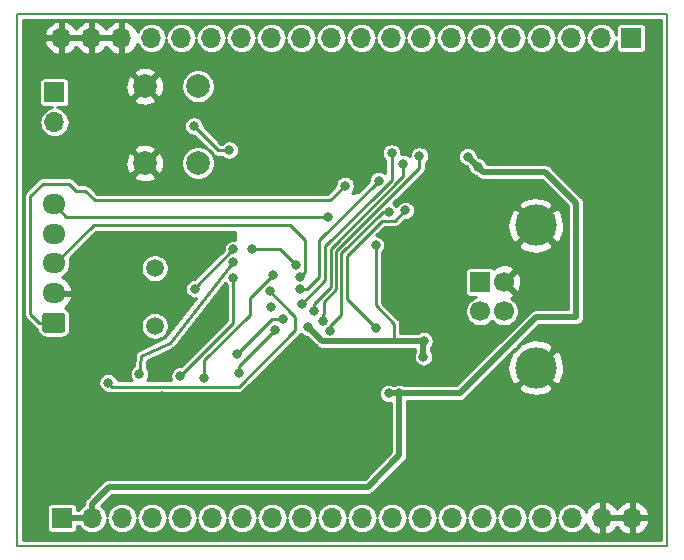
<source format=gbl>
G04 #@! TF.GenerationSoftware,KiCad,Pcbnew,5.0.2-bee76a0~70~ubuntu18.04.1*
G04 #@! TF.CreationDate,2019-10-04T10:46:57+02:00*
G04 #@! TF.ProjectId,STM32F373_Dev_Board,53544d33-3246-4333-9733-5f4465765f42,rev?*
G04 #@! TF.SameCoordinates,PX9104060PY5859300*
G04 #@! TF.FileFunction,Copper,L2,Bot*
G04 #@! TF.FilePolarity,Positive*
%FSLAX46Y46*%
G04 Gerber Fmt 4.6, Leading zero omitted, Abs format (unit mm)*
G04 Created by KiCad (PCBNEW 5.0.2-bee76a0~70~ubuntu18.04.1) date Fr 04 Okt 2019 10:46:57 CEST*
%MOMM*%
%LPD*%
G01*
G04 APERTURE LIST*
G04 #@! TA.AperFunction,NonConductor*
%ADD10C,0.150000*%
G04 #@! TD*
G04 #@! TA.AperFunction,ComponentPad*
%ADD11R,1.700000X1.700000*%
G04 #@! TD*
G04 #@! TA.AperFunction,ComponentPad*
%ADD12C,1.700000*%
G04 #@! TD*
G04 #@! TA.AperFunction,ComponentPad*
%ADD13C,3.500000*%
G04 #@! TD*
G04 #@! TA.AperFunction,ComponentPad*
%ADD14O,1.700000X1.700000*%
G04 #@! TD*
G04 #@! TA.AperFunction,ComponentPad*
%ADD15C,2.000000*%
G04 #@! TD*
G04 #@! TA.AperFunction,ComponentPad*
%ADD16C,1.500000*%
G04 #@! TD*
G04 #@! TA.AperFunction,Conductor*
%ADD17C,0.150000*%
G04 #@! TD*
G04 #@! TA.AperFunction,ComponentPad*
%ADD18O,1.950000X1.700000*%
G04 #@! TD*
G04 #@! TA.AperFunction,ViaPad*
%ADD19C,0.800000*%
G04 #@! TD*
G04 #@! TA.AperFunction,Conductor*
%ADD20C,0.500000*%
G04 #@! TD*
G04 #@! TA.AperFunction,Conductor*
%ADD21C,0.250000*%
G04 #@! TD*
G04 #@! TA.AperFunction,Conductor*
%ADD22C,0.254000*%
G04 #@! TD*
G04 APERTURE END LIST*
D10*
X-52060000Y42640000D02*
X2940000Y42640000D01*
X-52060000Y-2360000D02*
X-52060000Y42640000D01*
X2940000Y-2360000D02*
X-52060000Y-2360000D01*
X2940000Y42640000D02*
X2940000Y-2360000D01*
D11*
G04 #@! TO.P,J1,1*
G04 #@! TO.N,USB_VBUS*
X-12860000Y19990000D03*
D12*
G04 #@! TO.P,J1,2*
G04 #@! TO.N,USB_D-*
X-12860000Y17490000D03*
G04 #@! TO.P,J1,3*
G04 #@! TO.N,USB_D+*
X-10860000Y17490000D03*
G04 #@! TO.P,J1,4*
G04 #@! TO.N,GND*
X-10860000Y19990000D03*
D13*
G04 #@! TO.P,J1,5*
X-8150000Y24760000D03*
X-8150000Y12720000D03*
G04 #@! TD*
D11*
G04 #@! TO.P,J3,1*
G04 #@! TO.N,+3.3VA*
X-48260000Y0D03*
D14*
G04 #@! TO.P,J3,2*
X-45720000Y0D03*
G04 #@! TO.P,J3,3*
G04 #@! TO.N,VBAT*
X-43180000Y0D03*
G04 #@! TO.P,J3,4*
G04 #@! TO.N,PC13*
X-40640000Y0D03*
G04 #@! TO.P,J3,5*
G04 #@! TO.N,PC14*
X-38100000Y0D03*
G04 #@! TO.P,J3,6*
G04 #@! TO.N,PC15*
X-35560000Y0D03*
G04 #@! TO.P,J3,7*
G04 #@! TO.N,Net-(J3-Pad7)*
X-33020000Y0D03*
G04 #@! TO.P,J3,8*
G04 #@! TO.N,Net-(J3-Pad8)*
X-30480000Y0D03*
G04 #@! TO.P,J3,9*
G04 #@! TO.N,Net-(J3-Pad9)*
X-27940000Y0D03*
G04 #@! TO.P,J3,10*
G04 #@! TO.N,Net-(J3-Pad10)*
X-25400000Y0D03*
G04 #@! TO.P,J3,11*
G04 #@! TO.N,Net-(J3-Pad11)*
X-22860000Y0D03*
G04 #@! TO.P,J3,12*
G04 #@! TO.N,Net-(J3-Pad12)*
X-20320000Y0D03*
G04 #@! TO.P,J3,13*
G04 #@! TO.N,Net-(J3-Pad13)*
X-17780000Y0D03*
G04 #@! TO.P,J3,14*
G04 #@! TO.N,PB0*
X-15240000Y0D03*
G04 #@! TO.P,J3,15*
G04 #@! TO.N,PB1*
X-12700000Y0D03*
G04 #@! TO.P,J3,16*
G04 #@! TO.N,PB2*
X-10160000Y0D03*
G04 #@! TO.P,J3,17*
G04 #@! TO.N,PE8*
X-7620000Y0D03*
G04 #@! TO.P,J3,18*
G04 #@! TO.N,PE9*
X-5080000Y0D03*
G04 #@! TO.P,J3,19*
G04 #@! TO.N,GND*
X-2540000Y0D03*
G04 #@! TO.P,J3,20*
X0Y0D03*
G04 #@! TD*
G04 #@! TO.P,J4,20*
G04 #@! TO.N,GND*
X-48320000Y40640000D03*
G04 #@! TO.P,J4,19*
X-45780000Y40640000D03*
G04 #@! TO.P,J4,18*
X-43240000Y40640000D03*
G04 #@! TO.P,J4,17*
G04 #@! TO.N,+3V3*
X-40700000Y40640000D03*
G04 #@! TO.P,J4,16*
X-38160000Y40640000D03*
G04 #@! TO.P,J4,15*
G04 #@! TO.N,Net-(J4-Pad15)*
X-35620000Y40640000D03*
G04 #@! TO.P,J4,14*
G04 #@! TO.N,Net-(J4-Pad14)*
X-33080000Y40640000D03*
G04 #@! TO.P,J4,13*
G04 #@! TO.N,Net-(J4-Pad13)*
X-30540000Y40640000D03*
G04 #@! TO.P,J4,12*
G04 #@! TO.N,Net-(J4-Pad12)*
X-28000000Y40640000D03*
G04 #@! TO.P,J4,11*
G04 #@! TO.N,Net-(J4-Pad11)*
X-25460000Y40640000D03*
G04 #@! TO.P,J4,10*
G04 #@! TO.N,Net-(J4-Pad10)*
X-22920000Y40640000D03*
G04 #@! TO.P,J4,9*
G04 #@! TO.N,Net-(J4-Pad9)*
X-20380000Y40640000D03*
G04 #@! TO.P,J4,8*
G04 #@! TO.N,PF7*
X-17840000Y40640000D03*
G04 #@! TO.P,J4,7*
G04 #@! TO.N,PF6*
X-15300000Y40640000D03*
G04 #@! TO.P,J4,6*
G04 #@! TO.N,Net-(J4-Pad6)*
X-12760000Y40640000D03*
G04 #@! TO.P,J4,5*
G04 #@! TO.N,Net-(J4-Pad5)*
X-10220000Y40640000D03*
G04 #@! TO.P,J4,4*
G04 #@! TO.N,Net-(J4-Pad4)*
X-7680000Y40640000D03*
G04 #@! TO.P,J4,3*
G04 #@! TO.N,PD8*
X-5140000Y40640000D03*
G04 #@! TO.P,J4,2*
G04 #@! TO.N,PB15*
X-2600000Y40640000D03*
D11*
G04 #@! TO.P,J4,1*
G04 #@! TO.N,PB14*
X-60000Y40640000D03*
G04 #@! TD*
G04 #@! TO.P,JP1,1*
G04 #@! TO.N,+3V3*
X-48910000Y36030000D03*
D14*
G04 #@! TO.P,JP1,2*
G04 #@! TO.N,BOOT0*
X-48910000Y33490000D03*
G04 #@! TD*
D15*
G04 #@! TO.P,SW1,2*
G04 #@! TO.N,RESET*
X-36760000Y30040000D03*
G04 #@! TO.P,SW1,1*
G04 #@! TO.N,GND*
X-41260000Y30040000D03*
G04 #@! TO.P,SW1,2*
G04 #@! TO.N,RESET*
X-36760000Y36540000D03*
G04 #@! TO.P,SW1,1*
G04 #@! TO.N,GND*
X-41260000Y36540000D03*
G04 #@! TD*
D16*
G04 #@! TO.P,Y1,1*
G04 #@! TO.N,Net-(C2-Pad1)*
X-40410000Y21140000D03*
G04 #@! TO.P,Y1,2*
G04 #@! TO.N,Net-(C3-Pad1)*
X-40410000Y16260000D03*
G04 #@! TD*
D17*
G04 #@! TO.N,SWDCLK*
G04 #@! TO.C,SWD Conn*
G36*
X-48210496Y17388796D02*
X-48186227Y17385196D01*
X-48162429Y17379235D01*
X-48139329Y17370970D01*
X-48117151Y17360480D01*
X-48096107Y17347867D01*
X-48076402Y17333253D01*
X-48058223Y17316777D01*
X-48041747Y17298598D01*
X-48027133Y17278893D01*
X-48014520Y17257849D01*
X-48004030Y17235671D01*
X-47995765Y17212571D01*
X-47989804Y17188773D01*
X-47986204Y17164504D01*
X-47985000Y17140000D01*
X-47985000Y15940000D01*
X-47986204Y15915496D01*
X-47989804Y15891227D01*
X-47995765Y15867429D01*
X-48004030Y15844329D01*
X-48014520Y15822151D01*
X-48027133Y15801107D01*
X-48041747Y15781402D01*
X-48058223Y15763223D01*
X-48076402Y15746747D01*
X-48096107Y15732133D01*
X-48117151Y15719520D01*
X-48139329Y15709030D01*
X-48162429Y15700765D01*
X-48186227Y15694804D01*
X-48210496Y15691204D01*
X-48235000Y15690000D01*
X-49685000Y15690000D01*
X-49709504Y15691204D01*
X-49733773Y15694804D01*
X-49757571Y15700765D01*
X-49780671Y15709030D01*
X-49802849Y15719520D01*
X-49823893Y15732133D01*
X-49843598Y15746747D01*
X-49861777Y15763223D01*
X-49878253Y15781402D01*
X-49892867Y15801107D01*
X-49905480Y15822151D01*
X-49915970Y15844329D01*
X-49924235Y15867429D01*
X-49930196Y15891227D01*
X-49933796Y15915496D01*
X-49935000Y15940000D01*
X-49935000Y17140000D01*
X-49933796Y17164504D01*
X-49930196Y17188773D01*
X-49924235Y17212571D01*
X-49915970Y17235671D01*
X-49905480Y17257849D01*
X-49892867Y17278893D01*
X-49878253Y17298598D01*
X-49861777Y17316777D01*
X-49843598Y17333253D01*
X-49823893Y17347867D01*
X-49802849Y17360480D01*
X-49780671Y17370970D01*
X-49757571Y17379235D01*
X-49733773Y17385196D01*
X-49709504Y17388796D01*
X-49685000Y17390000D01*
X-48235000Y17390000D01*
X-48210496Y17388796D01*
X-48210496Y17388796D01*
G37*
D12*
G04 #@! TD*
G04 #@! TO.P,SWD Conn,1*
G04 #@! TO.N,SWDCLK*
X-48960000Y16540000D03*
D18*
G04 #@! TO.P,SWD Conn,2*
G04 #@! TO.N,GND*
X-48960000Y19040000D03*
G04 #@! TO.P,SWD Conn,3*
G04 #@! TO.N,SWDIO*
X-48960000Y21540000D03*
G04 #@! TO.P,SWD Conn,4*
G04 #@! TO.N,RESET*
X-48960000Y24040000D03*
G04 #@! TO.P,SWD Conn,5*
G04 #@! TO.N,SWO*
X-48960000Y26540000D03*
G04 #@! TD*
D19*
G04 #@! TO.N,GND*
X-16610000Y21440000D03*
X-27610000Y9190000D03*
X-35585000Y17740000D03*
X-10000Y29540000D03*
X-10000Y28690000D03*
X-310000Y9590000D03*
X-360000Y8590000D03*
X-12810000Y27940000D03*
X-11960000Y27940000D03*
X-23710000Y10790000D03*
X-11910000Y33140000D03*
X-11060000Y33690000D03*
X-31210000Y27790000D03*
X-31210000Y28740000D03*
X-34710000Y23790000D03*
X-39810000Y10290000D03*
X-40608216Y12800827D03*
X-39180735Y13327796D03*
X-39310000Y9540000D03*
G04 #@! TO.N,RESET*
X-30660000Y19190000D03*
X-44360000Y11440000D03*
G04 #@! TO.N,+3.3VA*
X-13910000Y30590000D03*
X-20610000Y10540000D03*
X-19710000Y10540000D03*
X-13060000Y29740000D03*
G04 #@! TO.N,+3V3*
X-30560000Y17840000D03*
X-17610000Y14990000D03*
X-17660000Y13640000D03*
X-21709999Y23090000D03*
X-27410000Y16140000D03*
G04 #@! TO.N,SWDCLK*
X-24310000Y28140000D03*
G04 #@! TO.N,SWDIO*
X-28110000Y20390000D03*
G04 #@! TO.N,SWO*
X-25785000Y25490000D03*
G04 #@! TO.N,VBAT*
X-33760000Y22740000D03*
X-37022653Y19402653D03*
G04 #@! TO.N,PC13*
X-33760000Y21640000D03*
X-41710000Y12190000D03*
G04 #@! TO.N,PC14*
X-33760000Y20340000D03*
X-38260000Y12040000D03*
G04 #@! TO.N,PC15*
X-30360000Y20590000D03*
X-36260000Y11840000D03*
G04 #@! TO.N,Net-(J3-Pad7)*
X-29560000Y16840000D03*
X-33460000Y13840000D03*
G04 #@! TO.N,Net-(J3-Pad8)*
X-30210000Y15940000D03*
X-33260000Y12240000D03*
G04 #@! TO.N,Net-(J4-Pad6)*
X-28110000Y19389997D03*
X-21460000Y28540000D03*
G04 #@! TO.N,Net-(J4-Pad5)*
X-27960000Y18140000D03*
X-20360000Y30890000D03*
G04 #@! TO.N,Net-(J4-Pad4)*
X-26960000Y17540000D03*
X-19360000Y29990000D03*
G04 #@! TO.N,PD8*
X-26160000Y16690000D03*
X-18010000Y30640000D03*
G04 #@! TO.N,PB15*
X-25560000Y15840000D03*
X-20610000Y25890000D03*
G04 #@! TO.N,PB14*
X-21660000Y16040000D03*
X-19210000Y26040000D03*
G04 #@! TO.N,BOOT0*
X-28460000Y21440000D03*
X-32160000Y22790000D03*
X-34110000Y31140000D03*
X-37110000Y33190000D03*
G04 #@! TD*
D20*
G04 #@! TO.N,GND*
X-34710000Y23790000D02*
X-34860000Y23640000D01*
D21*
G04 #@! TO.N,RESET*
X-30660000Y19190000D02*
X-28834999Y17364999D01*
X-28834999Y17364999D02*
X-28510000Y17040000D01*
X-33311999Y11114999D02*
X-44034999Y11114999D01*
X-28510000Y17040000D02*
X-28510000Y15916998D01*
X-44034999Y11114999D02*
X-44360000Y11440000D01*
X-28510000Y15916998D02*
X-33311999Y11114999D01*
D20*
G04 #@! TO.N,+3.3VA*
X-13910000Y30590000D02*
X-12610000Y29290000D01*
X-12610000Y29290000D02*
X-7360000Y29290000D01*
X-7360000Y29290000D02*
X-4760000Y26690000D01*
X-4760000Y26690000D02*
X-4760000Y16990000D01*
X-4760000Y16990000D02*
X-8160000Y16990000D01*
X-8160000Y16990000D02*
X-10260000Y14890000D01*
X-10260000Y14890000D02*
X-14610000Y10540000D01*
X-14610000Y10540000D02*
X-19710000Y10540000D01*
X-48260000Y0D02*
X-45720000Y0D01*
X-45720000Y1202081D02*
X-44282081Y2640000D01*
X-45720000Y0D02*
X-45720000Y1202081D01*
X-44282081Y2640000D02*
X-22360000Y2640000D01*
X-19710000Y5290000D02*
X-19710000Y10540000D01*
X-22360000Y2640000D02*
X-19710000Y5290000D01*
X-20610000Y10540000D02*
X-19710000Y10540000D01*
G04 #@! TO.N,+3V3*
X-17660000Y14940000D02*
X-17610000Y14990000D01*
X-17660000Y13640000D02*
X-17660000Y14940000D01*
D21*
X-21709999Y15040001D02*
X-21760000Y14990000D01*
X-21709999Y23090000D02*
X-21709999Y17989999D01*
X-20160000Y16440000D02*
X-20160000Y14990000D01*
X-21709999Y17989999D02*
X-20160000Y16440000D01*
D20*
X-21760000Y14990000D02*
X-20160000Y14990000D01*
X-20160000Y14990000D02*
X-17610000Y14990000D01*
X-26210000Y14990000D02*
X-21760000Y14990000D01*
X-27410000Y16140000D02*
X-26210000Y14990000D01*
D21*
G04 #@! TO.N,SWDCLK*
X-50210000Y16540000D02*
X-48960000Y16540000D01*
X-50960000Y17290000D02*
X-50210000Y16540000D01*
X-50960000Y27240000D02*
X-50960000Y17290000D01*
X-49910000Y28290000D02*
X-50960000Y27240000D01*
X-47660000Y28290000D02*
X-49910000Y28290000D01*
X-46335010Y27715010D02*
X-47085010Y27715010D01*
X-45510000Y26890000D02*
X-46335010Y27715010D01*
X-24310000Y28140000D02*
X-25560000Y26890000D01*
X-47085010Y27715010D02*
X-47660000Y28290000D01*
X-25560000Y26890000D02*
X-45510000Y26890000D01*
G04 #@! TO.N,SWDIO*
X-27710001Y23540001D02*
X-27710001Y20789999D01*
X-28960000Y24790000D02*
X-27710001Y23540001D01*
X-45585000Y24790000D02*
X-28960000Y24790000D01*
X-48835000Y21540000D02*
X-45585000Y24790000D01*
X-27710001Y20789999D02*
X-28110000Y20390000D01*
X-48960000Y21540000D02*
X-48835000Y21540000D01*
G04 #@! TO.N,SWO*
X-47910000Y25490000D02*
X-48960000Y26540000D01*
X-25785000Y25490000D02*
X-47910000Y25490000D01*
G04 #@! TO.N,VBAT*
X-33760000Y22740000D02*
X-37022653Y19477347D01*
X-37022653Y19477347D02*
X-37022653Y19402653D01*
G04 #@! TO.N,PC13*
X-39160000Y14840000D02*
X-33760000Y21640000D01*
X-41710000Y12190000D02*
X-41560000Y13690000D01*
X-41560000Y13690000D02*
X-39160000Y14840000D01*
G04 #@! TO.N,PC14*
X-33760000Y20340000D02*
X-33760000Y16540000D01*
X-33760000Y16540000D02*
X-38260000Y12040000D01*
G04 #@! TO.N,PC15*
X-36260000Y13363002D02*
X-36260000Y11840000D01*
X-32310000Y17190000D02*
X-36260000Y13363002D01*
X-32310000Y18640000D02*
X-30360000Y20590000D01*
X-32310000Y17190000D02*
X-32310000Y18640000D01*
G04 #@! TO.N,Net-(J3-Pad7)*
X-30460000Y16840000D02*
X-33460000Y13840000D01*
X-29560000Y16840000D02*
X-30460000Y16840000D01*
G04 #@! TO.N,Net-(J3-Pad8)*
X-33260000Y12890000D02*
X-33260000Y12240000D01*
X-30210000Y15940000D02*
X-33260000Y12890000D01*
G04 #@! TO.N,Net-(J4-Pad6)*
X-27544315Y19389997D02*
X-26510000Y20424312D01*
X-28110000Y19389997D02*
X-27544315Y19389997D01*
X-26510000Y20424312D02*
X-26510000Y23490000D01*
X-26510000Y23490000D02*
X-21460000Y28540000D01*
G04 #@! TO.N,Net-(J4-Pad5)*
X-27960000Y18140000D02*
X-25960000Y20140000D01*
X-25960000Y20140000D02*
X-25960000Y23014694D01*
X-25960000Y23014694D02*
X-21522347Y27452347D01*
X-20360000Y28566998D02*
X-20360000Y30890000D01*
X-21522347Y27452347D02*
X-21474651Y27452347D01*
X-21474651Y27452347D02*
X-20360000Y28566998D01*
G04 #@! TO.N,Net-(J4-Pad4)*
X-26960000Y18105685D02*
X-25510000Y19555685D01*
X-26960000Y17540000D02*
X-26960000Y18105685D01*
X-19360000Y28930588D02*
X-19360000Y29990000D01*
X-25510000Y19555685D02*
X-25510000Y22780588D01*
X-25510000Y22780588D02*
X-19360000Y28930588D01*
G04 #@! TO.N,PD8*
X-26160000Y17255685D02*
X-26110000Y17305685D01*
X-26160000Y16690000D02*
X-26160000Y17255685D01*
X-26110000Y18319275D02*
X-25060000Y19369275D01*
X-26110000Y17305685D02*
X-26110000Y18319275D01*
X-25060000Y19369275D02*
X-25060000Y22594178D01*
X-25060000Y22594178D02*
X-18010000Y29644178D01*
X-18010000Y29644178D02*
X-18010000Y30640000D01*
G04 #@! TO.N,PB15*
X-24609990Y17167008D02*
X-24609990Y22407778D01*
X-25560000Y15840000D02*
X-25560000Y16216998D01*
X-25560000Y16216998D02*
X-24609990Y17167008D01*
X-24609990Y22407778D02*
X-21127768Y25890000D01*
X-21127768Y25890000D02*
X-20610000Y25890000D01*
G04 #@! TO.N,PB14*
X-21660000Y16040000D02*
X-24159980Y18539980D01*
X-24159980Y18539980D02*
X-24159980Y22190020D01*
X-20085001Y25164999D02*
X-19210000Y26040000D01*
X-24159980Y22190020D02*
X-21185001Y25164999D01*
X-21185001Y25164999D02*
X-20085001Y25164999D01*
G04 #@! TO.N,BOOT0*
X-28460000Y21440000D02*
X-29810000Y22790000D01*
X-29810000Y22790000D02*
X-32160000Y22790000D01*
X-34110000Y31140000D02*
X-35060000Y31140000D01*
X-35060000Y31140000D02*
X-37110000Y33190000D01*
G04 #@! TD*
D22*
G04 #@! TO.N,GND*
G36*
X2438001Y-1858000D02*
X-51558000Y-1858000D01*
X-51558000Y850000D01*
X-49539066Y850000D01*
X-49539066Y-850000D01*
X-49530822Y-933707D01*
X-49506405Y-1014196D01*
X-49466755Y-1088376D01*
X-49413395Y-1153395D01*
X-49348376Y-1206755D01*
X-49274196Y-1246405D01*
X-49193707Y-1270822D01*
X-49110000Y-1279066D01*
X-47410000Y-1279066D01*
X-47326293Y-1270822D01*
X-47245804Y-1246405D01*
X-47171624Y-1206755D01*
X-47106605Y-1153395D01*
X-47053245Y-1088376D01*
X-47013595Y-1014196D01*
X-46989178Y-933707D01*
X-46980934Y-850000D01*
X-46980934Y-677000D01*
X-46806111Y-677000D01*
X-46786924Y-712896D01*
X-46627344Y-907344D01*
X-46432896Y-1066924D01*
X-46211051Y-1185502D01*
X-45970336Y-1258522D01*
X-45782726Y-1277000D01*
X-45657274Y-1277000D01*
X-45469664Y-1258522D01*
X-45228949Y-1185502D01*
X-45007104Y-1066924D01*
X-44812656Y-907344D01*
X-44653076Y-712896D01*
X-44534498Y-491051D01*
X-44461478Y-250336D01*
X-44450000Y-133798D01*
X-44438522Y-250336D01*
X-44365502Y-491051D01*
X-44246924Y-712896D01*
X-44087344Y-907344D01*
X-43892896Y-1066924D01*
X-43671051Y-1185502D01*
X-43430336Y-1258522D01*
X-43242726Y-1277000D01*
X-43117274Y-1277000D01*
X-42929664Y-1258522D01*
X-42688949Y-1185502D01*
X-42467104Y-1066924D01*
X-42272656Y-907344D01*
X-42113076Y-712896D01*
X-41994498Y-491051D01*
X-41921478Y-250336D01*
X-41910000Y-133798D01*
X-41898522Y-250336D01*
X-41825502Y-491051D01*
X-41706924Y-712896D01*
X-41547344Y-907344D01*
X-41352896Y-1066924D01*
X-41131051Y-1185502D01*
X-40890336Y-1258522D01*
X-40702726Y-1277000D01*
X-40577274Y-1277000D01*
X-40389664Y-1258522D01*
X-40148949Y-1185502D01*
X-39927104Y-1066924D01*
X-39732656Y-907344D01*
X-39573076Y-712896D01*
X-39454498Y-491051D01*
X-39381478Y-250336D01*
X-39370000Y-133798D01*
X-39358522Y-250336D01*
X-39285502Y-491051D01*
X-39166924Y-712896D01*
X-39007344Y-907344D01*
X-38812896Y-1066924D01*
X-38591051Y-1185502D01*
X-38350336Y-1258522D01*
X-38162726Y-1277000D01*
X-38037274Y-1277000D01*
X-37849664Y-1258522D01*
X-37608949Y-1185502D01*
X-37387104Y-1066924D01*
X-37192656Y-907344D01*
X-37033076Y-712896D01*
X-36914498Y-491051D01*
X-36841478Y-250336D01*
X-36830000Y-133798D01*
X-36818522Y-250336D01*
X-36745502Y-491051D01*
X-36626924Y-712896D01*
X-36467344Y-907344D01*
X-36272896Y-1066924D01*
X-36051051Y-1185502D01*
X-35810336Y-1258522D01*
X-35622726Y-1277000D01*
X-35497274Y-1277000D01*
X-35309664Y-1258522D01*
X-35068949Y-1185502D01*
X-34847104Y-1066924D01*
X-34652656Y-907344D01*
X-34493076Y-712896D01*
X-34374498Y-491051D01*
X-34301478Y-250336D01*
X-34290000Y-133798D01*
X-34278522Y-250336D01*
X-34205502Y-491051D01*
X-34086924Y-712896D01*
X-33927344Y-907344D01*
X-33732896Y-1066924D01*
X-33511051Y-1185502D01*
X-33270336Y-1258522D01*
X-33082726Y-1277000D01*
X-32957274Y-1277000D01*
X-32769664Y-1258522D01*
X-32528949Y-1185502D01*
X-32307104Y-1066924D01*
X-32112656Y-907344D01*
X-31953076Y-712896D01*
X-31834498Y-491051D01*
X-31761478Y-250336D01*
X-31750000Y-133798D01*
X-31738522Y-250336D01*
X-31665502Y-491051D01*
X-31546924Y-712896D01*
X-31387344Y-907344D01*
X-31192896Y-1066924D01*
X-30971051Y-1185502D01*
X-30730336Y-1258522D01*
X-30542726Y-1277000D01*
X-30417274Y-1277000D01*
X-30229664Y-1258522D01*
X-29988949Y-1185502D01*
X-29767104Y-1066924D01*
X-29572656Y-907344D01*
X-29413076Y-712896D01*
X-29294498Y-491051D01*
X-29221478Y-250336D01*
X-29210000Y-133798D01*
X-29198522Y-250336D01*
X-29125502Y-491051D01*
X-29006924Y-712896D01*
X-28847344Y-907344D01*
X-28652896Y-1066924D01*
X-28431051Y-1185502D01*
X-28190336Y-1258522D01*
X-28002726Y-1277000D01*
X-27877274Y-1277000D01*
X-27689664Y-1258522D01*
X-27448949Y-1185502D01*
X-27227104Y-1066924D01*
X-27032656Y-907344D01*
X-26873076Y-712896D01*
X-26754498Y-491051D01*
X-26681478Y-250336D01*
X-26670000Y-133798D01*
X-26658522Y-250336D01*
X-26585502Y-491051D01*
X-26466924Y-712896D01*
X-26307344Y-907344D01*
X-26112896Y-1066924D01*
X-25891051Y-1185502D01*
X-25650336Y-1258522D01*
X-25462726Y-1277000D01*
X-25337274Y-1277000D01*
X-25149664Y-1258522D01*
X-24908949Y-1185502D01*
X-24687104Y-1066924D01*
X-24492656Y-907344D01*
X-24333076Y-712896D01*
X-24214498Y-491051D01*
X-24141478Y-250336D01*
X-24130000Y-133798D01*
X-24118522Y-250336D01*
X-24045502Y-491051D01*
X-23926924Y-712896D01*
X-23767344Y-907344D01*
X-23572896Y-1066924D01*
X-23351051Y-1185502D01*
X-23110336Y-1258522D01*
X-22922726Y-1277000D01*
X-22797274Y-1277000D01*
X-22609664Y-1258522D01*
X-22368949Y-1185502D01*
X-22147104Y-1066924D01*
X-21952656Y-907344D01*
X-21793076Y-712896D01*
X-21674498Y-491051D01*
X-21601478Y-250336D01*
X-21590000Y-133798D01*
X-21578522Y-250336D01*
X-21505502Y-491051D01*
X-21386924Y-712896D01*
X-21227344Y-907344D01*
X-21032896Y-1066924D01*
X-20811051Y-1185502D01*
X-20570336Y-1258522D01*
X-20382726Y-1277000D01*
X-20257274Y-1277000D01*
X-20069664Y-1258522D01*
X-19828949Y-1185502D01*
X-19607104Y-1066924D01*
X-19412656Y-907344D01*
X-19253076Y-712896D01*
X-19134498Y-491051D01*
X-19061478Y-250336D01*
X-19050000Y-133798D01*
X-19038522Y-250336D01*
X-18965502Y-491051D01*
X-18846924Y-712896D01*
X-18687344Y-907344D01*
X-18492896Y-1066924D01*
X-18271051Y-1185502D01*
X-18030336Y-1258522D01*
X-17842726Y-1277000D01*
X-17717274Y-1277000D01*
X-17529664Y-1258522D01*
X-17288949Y-1185502D01*
X-17067104Y-1066924D01*
X-16872656Y-907344D01*
X-16713076Y-712896D01*
X-16594498Y-491051D01*
X-16521478Y-250336D01*
X-16510000Y-133798D01*
X-16498522Y-250336D01*
X-16425502Y-491051D01*
X-16306924Y-712896D01*
X-16147344Y-907344D01*
X-15952896Y-1066924D01*
X-15731051Y-1185502D01*
X-15490336Y-1258522D01*
X-15302726Y-1277000D01*
X-15177274Y-1277000D01*
X-14989664Y-1258522D01*
X-14748949Y-1185502D01*
X-14527104Y-1066924D01*
X-14332656Y-907344D01*
X-14173076Y-712896D01*
X-14054498Y-491051D01*
X-13981478Y-250336D01*
X-13970000Y-133798D01*
X-13958522Y-250336D01*
X-13885502Y-491051D01*
X-13766924Y-712896D01*
X-13607344Y-907344D01*
X-13412896Y-1066924D01*
X-13191051Y-1185502D01*
X-12950336Y-1258522D01*
X-12762726Y-1277000D01*
X-12637274Y-1277000D01*
X-12449664Y-1258522D01*
X-12208949Y-1185502D01*
X-11987104Y-1066924D01*
X-11792656Y-907344D01*
X-11633076Y-712896D01*
X-11514498Y-491051D01*
X-11441478Y-250336D01*
X-11430000Y-133798D01*
X-11418522Y-250336D01*
X-11345502Y-491051D01*
X-11226924Y-712896D01*
X-11067344Y-907344D01*
X-10872896Y-1066924D01*
X-10651051Y-1185502D01*
X-10410336Y-1258522D01*
X-10222726Y-1277000D01*
X-10097274Y-1277000D01*
X-9909664Y-1258522D01*
X-9668949Y-1185502D01*
X-9447104Y-1066924D01*
X-9252656Y-907344D01*
X-9093076Y-712896D01*
X-8974498Y-491051D01*
X-8901478Y-250336D01*
X-8890000Y-133798D01*
X-8878522Y-250336D01*
X-8805502Y-491051D01*
X-8686924Y-712896D01*
X-8527344Y-907344D01*
X-8332896Y-1066924D01*
X-8111051Y-1185502D01*
X-7870336Y-1258522D01*
X-7682726Y-1277000D01*
X-7557274Y-1277000D01*
X-7369664Y-1258522D01*
X-7128949Y-1185502D01*
X-6907104Y-1066924D01*
X-6712656Y-907344D01*
X-6553076Y-712896D01*
X-6434498Y-491051D01*
X-6361478Y-250336D01*
X-6350000Y-133798D01*
X-6338522Y-250336D01*
X-6265502Y-491051D01*
X-6146924Y-712896D01*
X-5987344Y-907344D01*
X-5792896Y-1066924D01*
X-5571051Y-1185502D01*
X-5330336Y-1258522D01*
X-5142726Y-1277000D01*
X-5017274Y-1277000D01*
X-4829664Y-1258522D01*
X-4588949Y-1185502D01*
X-4367104Y-1066924D01*
X-4172656Y-907344D01*
X-4013076Y-712896D01*
X-3918176Y-535350D01*
X-3884157Y-631252D01*
X-3735178Y-881355D01*
X-3540269Y-1097588D01*
X-3306920Y-1271641D01*
X-3044099Y-1396825D01*
X-2896890Y-1441476D01*
X-2667000Y-1320155D01*
X-2667000Y-127000D01*
X-2413000Y-127000D01*
X-2413000Y-1320155D01*
X-2183110Y-1441476D01*
X-2035901Y-1396825D01*
X-1773080Y-1271641D01*
X-1539731Y-1097588D01*
X-1344822Y-881355D01*
X-1270000Y-755745D01*
X-1195178Y-881355D01*
X-1000269Y-1097588D01*
X-766920Y-1271641D01*
X-504099Y-1396825D01*
X-356890Y-1441476D01*
X-127000Y-1320155D01*
X-127000Y-127000D01*
X127000Y-127000D01*
X127000Y-1320155D01*
X356890Y-1441476D01*
X504099Y-1396825D01*
X766920Y-1271641D01*
X1000269Y-1097588D01*
X1195178Y-881355D01*
X1344157Y-631252D01*
X1441481Y-356891D01*
X1320814Y-127000D01*
X127000Y-127000D01*
X-127000Y-127000D01*
X-2413000Y-127000D01*
X-2667000Y-127000D01*
X-2687000Y-127000D01*
X-2687000Y127000D01*
X-2667000Y127000D01*
X-2667000Y1320155D01*
X-2413000Y1320155D01*
X-2413000Y127000D01*
X-127000Y127000D01*
X-127000Y1320155D01*
X127000Y1320155D01*
X127000Y127000D01*
X1320814Y127000D01*
X1441481Y356891D01*
X1344157Y631252D01*
X1195178Y881355D01*
X1000269Y1097588D01*
X766920Y1271641D01*
X504099Y1396825D01*
X356890Y1441476D01*
X127000Y1320155D01*
X-127000Y1320155D01*
X-356890Y1441476D01*
X-504099Y1396825D01*
X-766920Y1271641D01*
X-1000269Y1097588D01*
X-1195178Y881355D01*
X-1270000Y755745D01*
X-1344822Y881355D01*
X-1539731Y1097588D01*
X-1773080Y1271641D01*
X-2035901Y1396825D01*
X-2183110Y1441476D01*
X-2413000Y1320155D01*
X-2667000Y1320155D01*
X-2896890Y1441476D01*
X-3044099Y1396825D01*
X-3306920Y1271641D01*
X-3540269Y1097588D01*
X-3735178Y881355D01*
X-3884157Y631252D01*
X-3918176Y535350D01*
X-4013076Y712896D01*
X-4172656Y907344D01*
X-4367104Y1066924D01*
X-4588949Y1185502D01*
X-4829664Y1258522D01*
X-5017274Y1277000D01*
X-5142726Y1277000D01*
X-5330336Y1258522D01*
X-5571051Y1185502D01*
X-5792896Y1066924D01*
X-5987344Y907344D01*
X-6146924Y712896D01*
X-6265502Y491051D01*
X-6338522Y250336D01*
X-6350000Y133798D01*
X-6361478Y250336D01*
X-6434498Y491051D01*
X-6553076Y712896D01*
X-6712656Y907344D01*
X-6907104Y1066924D01*
X-7128949Y1185502D01*
X-7369664Y1258522D01*
X-7557274Y1277000D01*
X-7682726Y1277000D01*
X-7870336Y1258522D01*
X-8111051Y1185502D01*
X-8332896Y1066924D01*
X-8527344Y907344D01*
X-8686924Y712896D01*
X-8805502Y491051D01*
X-8878522Y250336D01*
X-8890000Y133798D01*
X-8901478Y250336D01*
X-8974498Y491051D01*
X-9093076Y712896D01*
X-9252656Y907344D01*
X-9447104Y1066924D01*
X-9668949Y1185502D01*
X-9909664Y1258522D01*
X-10097274Y1277000D01*
X-10222726Y1277000D01*
X-10410336Y1258522D01*
X-10651051Y1185502D01*
X-10872896Y1066924D01*
X-11067344Y907344D01*
X-11226924Y712896D01*
X-11345502Y491051D01*
X-11418522Y250336D01*
X-11430000Y133798D01*
X-11441478Y250336D01*
X-11514498Y491051D01*
X-11633076Y712896D01*
X-11792656Y907344D01*
X-11987104Y1066924D01*
X-12208949Y1185502D01*
X-12449664Y1258522D01*
X-12637274Y1277000D01*
X-12762726Y1277000D01*
X-12950336Y1258522D01*
X-13191051Y1185502D01*
X-13412896Y1066924D01*
X-13607344Y907344D01*
X-13766924Y712896D01*
X-13885502Y491051D01*
X-13958522Y250336D01*
X-13970000Y133798D01*
X-13981478Y250336D01*
X-14054498Y491051D01*
X-14173076Y712896D01*
X-14332656Y907344D01*
X-14527104Y1066924D01*
X-14748949Y1185502D01*
X-14989664Y1258522D01*
X-15177274Y1277000D01*
X-15302726Y1277000D01*
X-15490336Y1258522D01*
X-15731051Y1185502D01*
X-15952896Y1066924D01*
X-16147344Y907344D01*
X-16306924Y712896D01*
X-16425502Y491051D01*
X-16498522Y250336D01*
X-16510000Y133798D01*
X-16521478Y250336D01*
X-16594498Y491051D01*
X-16713076Y712896D01*
X-16872656Y907344D01*
X-17067104Y1066924D01*
X-17288949Y1185502D01*
X-17529664Y1258522D01*
X-17717274Y1277000D01*
X-17842726Y1277000D01*
X-18030336Y1258522D01*
X-18271051Y1185502D01*
X-18492896Y1066924D01*
X-18687344Y907344D01*
X-18846924Y712896D01*
X-18965502Y491051D01*
X-19038522Y250336D01*
X-19050000Y133798D01*
X-19061478Y250336D01*
X-19134498Y491051D01*
X-19253076Y712896D01*
X-19412656Y907344D01*
X-19607104Y1066924D01*
X-19828949Y1185502D01*
X-20069664Y1258522D01*
X-20257274Y1277000D01*
X-20382726Y1277000D01*
X-20570336Y1258522D01*
X-20811051Y1185502D01*
X-21032896Y1066924D01*
X-21227344Y907344D01*
X-21386924Y712896D01*
X-21505502Y491051D01*
X-21578522Y250336D01*
X-21590000Y133798D01*
X-21601478Y250336D01*
X-21674498Y491051D01*
X-21793076Y712896D01*
X-21952656Y907344D01*
X-22147104Y1066924D01*
X-22368949Y1185502D01*
X-22609664Y1258522D01*
X-22797274Y1277000D01*
X-22922726Y1277000D01*
X-23110336Y1258522D01*
X-23351051Y1185502D01*
X-23572896Y1066924D01*
X-23767344Y907344D01*
X-23926924Y712896D01*
X-24045502Y491051D01*
X-24118522Y250336D01*
X-24130000Y133798D01*
X-24141478Y250336D01*
X-24214498Y491051D01*
X-24333076Y712896D01*
X-24492656Y907344D01*
X-24687104Y1066924D01*
X-24908949Y1185502D01*
X-25149664Y1258522D01*
X-25337274Y1277000D01*
X-25462726Y1277000D01*
X-25650336Y1258522D01*
X-25891051Y1185502D01*
X-26112896Y1066924D01*
X-26307344Y907344D01*
X-26466924Y712896D01*
X-26585502Y491051D01*
X-26658522Y250336D01*
X-26670000Y133798D01*
X-26681478Y250336D01*
X-26754498Y491051D01*
X-26873076Y712896D01*
X-27032656Y907344D01*
X-27227104Y1066924D01*
X-27448949Y1185502D01*
X-27689664Y1258522D01*
X-27877274Y1277000D01*
X-28002726Y1277000D01*
X-28190336Y1258522D01*
X-28431051Y1185502D01*
X-28652896Y1066924D01*
X-28847344Y907344D01*
X-29006924Y712896D01*
X-29125502Y491051D01*
X-29198522Y250336D01*
X-29210000Y133798D01*
X-29221478Y250336D01*
X-29294498Y491051D01*
X-29413076Y712896D01*
X-29572656Y907344D01*
X-29767104Y1066924D01*
X-29988949Y1185502D01*
X-30229664Y1258522D01*
X-30417274Y1277000D01*
X-30542726Y1277000D01*
X-30730336Y1258522D01*
X-30971051Y1185502D01*
X-31192896Y1066924D01*
X-31387344Y907344D01*
X-31546924Y712896D01*
X-31665502Y491051D01*
X-31738522Y250336D01*
X-31750000Y133798D01*
X-31761478Y250336D01*
X-31834498Y491051D01*
X-31953076Y712896D01*
X-32112656Y907344D01*
X-32307104Y1066924D01*
X-32528949Y1185502D01*
X-32769664Y1258522D01*
X-32957274Y1277000D01*
X-33082726Y1277000D01*
X-33270336Y1258522D01*
X-33511051Y1185502D01*
X-33732896Y1066924D01*
X-33927344Y907344D01*
X-34086924Y712896D01*
X-34205502Y491051D01*
X-34278522Y250336D01*
X-34290000Y133798D01*
X-34301478Y250336D01*
X-34374498Y491051D01*
X-34493076Y712896D01*
X-34652656Y907344D01*
X-34847104Y1066924D01*
X-35068949Y1185502D01*
X-35309664Y1258522D01*
X-35497274Y1277000D01*
X-35622726Y1277000D01*
X-35810336Y1258522D01*
X-36051051Y1185502D01*
X-36272896Y1066924D01*
X-36467344Y907344D01*
X-36626924Y712896D01*
X-36745502Y491051D01*
X-36818522Y250336D01*
X-36830000Y133798D01*
X-36841478Y250336D01*
X-36914498Y491051D01*
X-37033076Y712896D01*
X-37192656Y907344D01*
X-37387104Y1066924D01*
X-37608949Y1185502D01*
X-37849664Y1258522D01*
X-38037274Y1277000D01*
X-38162726Y1277000D01*
X-38350336Y1258522D01*
X-38591051Y1185502D01*
X-38812896Y1066924D01*
X-39007344Y907344D01*
X-39166924Y712896D01*
X-39285502Y491051D01*
X-39358522Y250336D01*
X-39370000Y133798D01*
X-39381478Y250336D01*
X-39454498Y491051D01*
X-39573076Y712896D01*
X-39732656Y907344D01*
X-39927104Y1066924D01*
X-40148949Y1185502D01*
X-40389664Y1258522D01*
X-40577274Y1277000D01*
X-40702726Y1277000D01*
X-40890336Y1258522D01*
X-41131051Y1185502D01*
X-41352896Y1066924D01*
X-41547344Y907344D01*
X-41706924Y712896D01*
X-41825502Y491051D01*
X-41898522Y250336D01*
X-41910000Y133798D01*
X-41921478Y250336D01*
X-41994498Y491051D01*
X-42113076Y712896D01*
X-42272656Y907344D01*
X-42467104Y1066924D01*
X-42688949Y1185502D01*
X-42929664Y1258522D01*
X-43117274Y1277000D01*
X-43242726Y1277000D01*
X-43430336Y1258522D01*
X-43671051Y1185502D01*
X-43892896Y1066924D01*
X-44087344Y907344D01*
X-44246924Y712896D01*
X-44365502Y491051D01*
X-44438522Y250336D01*
X-44450000Y133798D01*
X-44461478Y250336D01*
X-44534498Y491051D01*
X-44653076Y712896D01*
X-44812656Y907344D01*
X-44947034Y1017625D01*
X-44001658Y1963000D01*
X-22393245Y1963000D01*
X-22360000Y1959726D01*
X-22326755Y1963000D01*
X-22326748Y1963000D01*
X-22227285Y1972796D01*
X-22099670Y2011508D01*
X-21982059Y2074372D01*
X-21878973Y2158973D01*
X-21857774Y2184804D01*
X-19254794Y4787783D01*
X-19228974Y4808973D01*
X-19207782Y4834795D01*
X-19207776Y4834801D01*
X-19144372Y4912059D01*
X-19081508Y5029670D01*
X-19042796Y5157285D01*
X-19042796Y5157286D01*
X-19033000Y5256748D01*
X-19033000Y5256755D01*
X-19029726Y5290000D01*
X-19033000Y5323245D01*
X-19033000Y9863000D01*
X-14643245Y9863000D01*
X-14610000Y9859726D01*
X-14576755Y9863000D01*
X-14576748Y9863000D01*
X-14477285Y9872796D01*
X-14349670Y9911508D01*
X-14232059Y9974372D01*
X-14128973Y10058973D01*
X-14107774Y10084804D01*
X-13142187Y11050391D01*
X-9640003Y11050391D01*
X-9453927Y10709234D01*
X-9036591Y10493487D01*
X-8585185Y10363304D01*
X-8117054Y10323687D01*
X-7650189Y10376158D01*
X-7202532Y10518703D01*
X-6846073Y10709234D01*
X-6659997Y11050391D01*
X-8150000Y12540395D01*
X-9640003Y11050391D01*
X-13142187Y11050391D01*
X-9901093Y14291485D01*
X-9819610Y14210002D01*
X-10160766Y14023927D01*
X-10376513Y13606591D01*
X-10506696Y13155185D01*
X-10546313Y12687054D01*
X-10493842Y12220189D01*
X-10351297Y11772532D01*
X-10160766Y11416073D01*
X-9819609Y11229997D01*
X-8329605Y12720000D01*
X-7970395Y12720000D01*
X-6480391Y11229997D01*
X-6139234Y11416073D01*
X-5923487Y11833409D01*
X-5793304Y12284815D01*
X-5753687Y12752946D01*
X-5806158Y13219811D01*
X-5948703Y13667468D01*
X-6139234Y14023927D01*
X-6480391Y14210003D01*
X-7970395Y12720000D01*
X-8329605Y12720000D01*
X-8343748Y12734142D01*
X-8164142Y12913748D01*
X-8150000Y12899605D01*
X-6659997Y14389609D01*
X-6846073Y14730766D01*
X-7263409Y14946513D01*
X-7714815Y15076696D01*
X-8182946Y15116313D01*
X-8649811Y15063842D01*
X-9097468Y14921297D01*
X-9453927Y14730766D01*
X-9640002Y14389610D01*
X-9721485Y14471093D01*
X-7879578Y16313000D01*
X-4793252Y16313000D01*
X-4760000Y16309725D01*
X-4726748Y16313000D01*
X-4627285Y16322796D01*
X-4499670Y16361508D01*
X-4382059Y16424372D01*
X-4278973Y16508973D01*
X-4194372Y16612059D01*
X-4131508Y16729670D01*
X-4092796Y16857285D01*
X-4079725Y16990000D01*
X-4083000Y17023252D01*
X-4083000Y26656759D01*
X-4079726Y26690001D01*
X-4083000Y26723243D01*
X-4083000Y26723252D01*
X-4092796Y26822715D01*
X-4131508Y26950330D01*
X-4194372Y27067941D01*
X-4256949Y27144190D01*
X-4257777Y27145199D01*
X-4257778Y27145200D01*
X-4278974Y27171027D01*
X-4304800Y27192222D01*
X-6857774Y29745196D01*
X-6878973Y29771027D01*
X-6982059Y29855628D01*
X-7099670Y29918492D01*
X-7227285Y29957204D01*
X-7326748Y29967000D01*
X-7326755Y29967000D01*
X-7360000Y29970274D01*
X-7393245Y29967000D01*
X-12261952Y29967000D01*
X-12264782Y29981227D01*
X-12327123Y30131731D01*
X-12417628Y30267181D01*
X-12532819Y30382372D01*
X-12668269Y30472877D01*
X-12818773Y30535218D01*
X-12917418Y30554840D01*
X-13095160Y30732582D01*
X-13114782Y30831227D01*
X-13177123Y30981731D01*
X-13267628Y31117181D01*
X-13382819Y31232372D01*
X-13518269Y31322877D01*
X-13668773Y31385218D01*
X-13828548Y31417000D01*
X-13991452Y31417000D01*
X-14151227Y31385218D01*
X-14301731Y31322877D01*
X-14437181Y31232372D01*
X-14552372Y31117181D01*
X-14642877Y30981731D01*
X-14705218Y30831227D01*
X-14737000Y30671452D01*
X-14737000Y30508548D01*
X-14705218Y30348773D01*
X-14642877Y30198269D01*
X-14552372Y30062819D01*
X-14437181Y29947628D01*
X-14301731Y29857123D01*
X-14151227Y29794782D01*
X-14052582Y29775160D01*
X-13874840Y29597418D01*
X-13855218Y29498773D01*
X-13792877Y29348269D01*
X-13702372Y29212819D01*
X-13587181Y29097628D01*
X-13451731Y29007123D01*
X-13301227Y28944782D01*
X-13202583Y28925160D01*
X-13112222Y28834799D01*
X-13091027Y28808973D01*
X-13065201Y28787778D01*
X-13065199Y28787776D01*
X-12987941Y28724372D01*
X-12870330Y28661508D01*
X-12742715Y28622796D01*
X-12610000Y28609725D01*
X-12576748Y28613000D01*
X-7640422Y28613000D01*
X-5437000Y26409578D01*
X-5436999Y17667000D01*
X-8126759Y17667000D01*
X-8160001Y17670274D01*
X-8193243Y17667000D01*
X-8193252Y17667000D01*
X-8292715Y17657204D01*
X-8420330Y17618492D01*
X-8537941Y17555628D01*
X-8641027Y17471027D01*
X-8662226Y17445196D01*
X-10715193Y15392229D01*
X-10715199Y15392224D01*
X-14890422Y11217000D01*
X-19234643Y11217000D01*
X-19318269Y11272877D01*
X-19468773Y11335218D01*
X-19628548Y11367000D01*
X-19791452Y11367000D01*
X-19951227Y11335218D01*
X-20101731Y11272877D01*
X-20160000Y11233943D01*
X-20218269Y11272877D01*
X-20368773Y11335218D01*
X-20528548Y11367000D01*
X-20691452Y11367000D01*
X-20851227Y11335218D01*
X-21001731Y11272877D01*
X-21137181Y11182372D01*
X-21252372Y11067181D01*
X-21342877Y10931731D01*
X-21405218Y10781227D01*
X-21437000Y10621452D01*
X-21437000Y10458548D01*
X-21405218Y10298773D01*
X-21342877Y10148269D01*
X-21252372Y10012819D01*
X-21137181Y9897628D01*
X-21001731Y9807123D01*
X-20851227Y9744782D01*
X-20691452Y9713000D01*
X-20528548Y9713000D01*
X-20386999Y9741157D01*
X-20387000Y5570423D01*
X-22640422Y3317000D01*
X-44248829Y3317000D01*
X-44282081Y3320275D01*
X-44315333Y3317000D01*
X-44414796Y3307204D01*
X-44542411Y3268492D01*
X-44660022Y3205628D01*
X-44763108Y3121027D01*
X-44784303Y3095201D01*
X-46175200Y1704303D01*
X-46201026Y1683108D01*
X-46222221Y1657282D01*
X-46222224Y1657279D01*
X-46285628Y1580021D01*
X-46348492Y1462410D01*
X-46387204Y1334795D01*
X-46400274Y1202081D01*
X-46396999Y1168827D01*
X-46396999Y1086111D01*
X-46432896Y1066924D01*
X-46627344Y907344D01*
X-46786924Y712896D01*
X-46806111Y677000D01*
X-46980934Y677000D01*
X-46980934Y850000D01*
X-46989178Y933707D01*
X-47013595Y1014196D01*
X-47053245Y1088376D01*
X-47106605Y1153395D01*
X-47171624Y1206755D01*
X-47245804Y1246405D01*
X-47326293Y1270822D01*
X-47410000Y1279066D01*
X-49110000Y1279066D01*
X-49193707Y1270822D01*
X-49274196Y1246405D01*
X-49348376Y1206755D01*
X-49413395Y1153395D01*
X-49466755Y1088376D01*
X-49506405Y1014196D01*
X-49530822Y933707D01*
X-49539066Y850000D01*
X-51558000Y850000D01*
X-51558000Y27240000D01*
X-51514670Y27240000D01*
X-51512000Y27212894D01*
X-51511999Y17317116D01*
X-51514670Y17290000D01*
X-51504011Y17181790D01*
X-51472448Y17077738D01*
X-51422350Y16984012D01*
X-51421190Y16981842D01*
X-51352210Y16897789D01*
X-51331148Y16880504D01*
X-50619492Y16168846D01*
X-50602211Y16147789D01*
X-50518158Y16078809D01*
X-50422263Y16027552D01*
X-50364066Y16009898D01*
X-50364066Y15940000D01*
X-50351018Y15807521D01*
X-50312375Y15680133D01*
X-50249623Y15562731D01*
X-50165172Y15459828D01*
X-50062269Y15375377D01*
X-49944867Y15312625D01*
X-49817479Y15273982D01*
X-49685000Y15260934D01*
X-48235000Y15260934D01*
X-48102521Y15273982D01*
X-47975133Y15312625D01*
X-47857731Y15375377D01*
X-47754828Y15459828D01*
X-47670377Y15562731D01*
X-47607625Y15680133D01*
X-47568982Y15807521D01*
X-47555934Y15940000D01*
X-47555934Y16375924D01*
X-41587000Y16375924D01*
X-41587000Y16144076D01*
X-41541769Y15916682D01*
X-41453044Y15702481D01*
X-41324236Y15509706D01*
X-41160294Y15345764D01*
X-40967519Y15216956D01*
X-40753318Y15128231D01*
X-40525924Y15083000D01*
X-40294076Y15083000D01*
X-40066682Y15128231D01*
X-39852481Y15216956D01*
X-39659706Y15345764D01*
X-39495764Y15509706D01*
X-39366956Y15702481D01*
X-39278231Y15916682D01*
X-39233000Y16144076D01*
X-39233000Y16375924D01*
X-39278231Y16603318D01*
X-39366956Y16817519D01*
X-39495764Y17010294D01*
X-39659706Y17174236D01*
X-39852481Y17303044D01*
X-40066682Y17391769D01*
X-40294076Y17437000D01*
X-40525924Y17437000D01*
X-40753318Y17391769D01*
X-40967519Y17303044D01*
X-41160294Y17174236D01*
X-41324236Y17010294D01*
X-41453044Y16817519D01*
X-41541769Y16603318D01*
X-41587000Y16375924D01*
X-47555934Y16375924D01*
X-47555934Y17140000D01*
X-47568982Y17272479D01*
X-47607625Y17399867D01*
X-47670377Y17517269D01*
X-47754828Y17620172D01*
X-47857731Y17704623D01*
X-47975133Y17767375D01*
X-48041060Y17787374D01*
X-47825571Y17950951D01*
X-47632504Y18168807D01*
X-47485648Y18420142D01*
X-47393524Y18683110D01*
X-47514845Y18913000D01*
X-48833000Y18913000D01*
X-48833000Y18893000D01*
X-49087000Y18893000D01*
X-49087000Y18913000D01*
X-49107000Y18913000D01*
X-49107000Y19167000D01*
X-49087000Y19167000D01*
X-49087000Y19187000D01*
X-48833000Y19187000D01*
X-48833000Y19167000D01*
X-47514845Y19167000D01*
X-47393524Y19396890D01*
X-47485648Y19659858D01*
X-47632504Y19911193D01*
X-47825571Y20129049D01*
X-48057430Y20305053D01*
X-48255814Y20401607D01*
X-48122104Y20473076D01*
X-47927656Y20632656D01*
X-47768076Y20827104D01*
X-47649498Y21048949D01*
X-47586713Y21255924D01*
X-41587000Y21255924D01*
X-41587000Y21024076D01*
X-41541769Y20796682D01*
X-41453044Y20582481D01*
X-41324236Y20389706D01*
X-41160294Y20225764D01*
X-40967519Y20096956D01*
X-40753318Y20008231D01*
X-40525924Y19963000D01*
X-40294076Y19963000D01*
X-40066682Y20008231D01*
X-39852481Y20096956D01*
X-39659706Y20225764D01*
X-39495764Y20389706D01*
X-39366956Y20582481D01*
X-39278231Y20796682D01*
X-39233000Y21024076D01*
X-39233000Y21255924D01*
X-39278231Y21483318D01*
X-39366956Y21697519D01*
X-39495764Y21890294D01*
X-39659706Y22054236D01*
X-39852481Y22183044D01*
X-40066682Y22271769D01*
X-40294076Y22317000D01*
X-40525924Y22317000D01*
X-40753318Y22271769D01*
X-40967519Y22183044D01*
X-41160294Y22054236D01*
X-41324236Y21890294D01*
X-41453044Y21697519D01*
X-41541769Y21483318D01*
X-41587000Y21255924D01*
X-47586713Y21255924D01*
X-47576478Y21289664D01*
X-47551822Y21540000D01*
X-47576478Y21790336D01*
X-47629437Y21964919D01*
X-45356354Y24238000D01*
X-33637000Y24238000D01*
X-33637000Y23558735D01*
X-33678548Y23567000D01*
X-33841452Y23567000D01*
X-34001227Y23535218D01*
X-34151731Y23472877D01*
X-34287181Y23382372D01*
X-34402372Y23267181D01*
X-34492877Y23131731D01*
X-34555218Y22981227D01*
X-34587000Y22821452D01*
X-34587000Y22693646D01*
X-37050991Y20229653D01*
X-37104105Y20229653D01*
X-37263880Y20197871D01*
X-37414384Y20135530D01*
X-37549834Y20045025D01*
X-37665025Y19929834D01*
X-37755530Y19794384D01*
X-37817871Y19643880D01*
X-37849653Y19484105D01*
X-37849653Y19321201D01*
X-37817871Y19161426D01*
X-37755530Y19010922D01*
X-37665025Y18875472D01*
X-37549834Y18760281D01*
X-37414384Y18669776D01*
X-37263880Y18607435D01*
X-37104105Y18575653D01*
X-36941201Y18575653D01*
X-36890291Y18585780D01*
X-39513200Y15282856D01*
X-41784707Y14194426D01*
X-41820738Y14179564D01*
X-41856207Y14155941D01*
X-41892664Y14133838D01*
X-41901389Y14125850D01*
X-41911238Y14119290D01*
X-41941426Y14089191D01*
X-41972861Y14060410D01*
X-41979861Y14050871D01*
X-41988239Y14042518D01*
X-42011969Y14007118D01*
X-42037191Y13972748D01*
X-42042197Y13962024D01*
X-42048783Y13952199D01*
X-42065148Y13912856D01*
X-42083184Y13874219D01*
X-42086002Y13862724D01*
X-42090544Y13851804D01*
X-42098924Y13810004D01*
X-42109070Y13768611D01*
X-42110785Y13729675D01*
X-42197890Y12858626D01*
X-42237181Y12832372D01*
X-42352372Y12717181D01*
X-42442877Y12581731D01*
X-42505218Y12431227D01*
X-42537000Y12271452D01*
X-42537000Y12108548D01*
X-42505218Y11948773D01*
X-42442877Y11798269D01*
X-42355165Y11666999D01*
X-43561952Y11666999D01*
X-43564782Y11681227D01*
X-43627123Y11831731D01*
X-43717628Y11967181D01*
X-43832819Y12082372D01*
X-43968269Y12172877D01*
X-44118773Y12235218D01*
X-44278548Y12267000D01*
X-44441452Y12267000D01*
X-44601227Y12235218D01*
X-44751731Y12172877D01*
X-44887181Y12082372D01*
X-45002372Y11967181D01*
X-45092877Y11831731D01*
X-45155218Y11681227D01*
X-45187000Y11521452D01*
X-45187000Y11358548D01*
X-45155218Y11198773D01*
X-45092877Y11048269D01*
X-45002372Y10912819D01*
X-44887181Y10797628D01*
X-44751731Y10707123D01*
X-44601227Y10644782D01*
X-44441452Y10613000D01*
X-44278548Y10613000D01*
X-44269994Y10614702D01*
X-44247262Y10602551D01*
X-44143210Y10570987D01*
X-44034999Y10560329D01*
X-44007891Y10562999D01*
X-33339105Y10562999D01*
X-33311999Y10560329D01*
X-33284893Y10562999D01*
X-33284890Y10562999D01*
X-33203788Y10570987D01*
X-33099736Y10602551D01*
X-33003841Y10653808D01*
X-32919788Y10722788D01*
X-32902498Y10743856D01*
X-28138846Y15507506D01*
X-28117789Y15524787D01*
X-28048809Y15608840D01*
X-28048664Y15609111D01*
X-27937181Y15497628D01*
X-27801731Y15407123D01*
X-27651227Y15344782D01*
X-27534419Y15321547D01*
X-26707642Y14529218D01*
X-26691027Y14508973D01*
X-26659625Y14483202D01*
X-26654413Y14478207D01*
X-26633914Y14462101D01*
X-26587941Y14424372D01*
X-26581535Y14420948D01*
X-26575824Y14416461D01*
X-26522796Y14389551D01*
X-26470330Y14361508D01*
X-26463377Y14359399D01*
X-26456902Y14356113D01*
X-26399643Y14340065D01*
X-26342715Y14322796D01*
X-26335487Y14322084D01*
X-26328493Y14320124D01*
X-26269211Y14315557D01*
X-26243252Y14313000D01*
X-26236026Y14313000D01*
X-26195530Y14309880D01*
X-26169534Y14313000D01*
X-18336999Y14313000D01*
X-18337000Y14115357D01*
X-18392877Y14031731D01*
X-18455218Y13881227D01*
X-18487000Y13721452D01*
X-18487000Y13558548D01*
X-18455218Y13398773D01*
X-18392877Y13248269D01*
X-18302372Y13112819D01*
X-18187181Y12997628D01*
X-18051731Y12907123D01*
X-17901227Y12844782D01*
X-17741452Y12813000D01*
X-17578548Y12813000D01*
X-17418773Y12844782D01*
X-17268269Y12907123D01*
X-17132819Y12997628D01*
X-17017628Y13112819D01*
X-16927123Y13248269D01*
X-16864782Y13398773D01*
X-16833000Y13558548D01*
X-16833000Y13721452D01*
X-16864782Y13881227D01*
X-16927123Y14031731D01*
X-16983000Y14115357D01*
X-16983000Y14447447D01*
X-16967628Y14462819D01*
X-16877123Y14598269D01*
X-16814782Y14748773D01*
X-16783000Y14908548D01*
X-16783000Y15071452D01*
X-16814782Y15231227D01*
X-16877123Y15381731D01*
X-16967628Y15517181D01*
X-17082819Y15632372D01*
X-17218269Y15722877D01*
X-17368773Y15785218D01*
X-17528548Y15817000D01*
X-17691452Y15817000D01*
X-17851227Y15785218D01*
X-18001731Y15722877D01*
X-18085357Y15667000D01*
X-19608000Y15667000D01*
X-19608000Y16412892D01*
X-19605330Y16440000D01*
X-19610714Y16494669D01*
X-19615988Y16548211D01*
X-19647552Y16652263D01*
X-19698809Y16748158D01*
X-19767789Y16832211D01*
X-19788846Y16849492D01*
X-21157999Y18218643D01*
X-21157999Y20840000D01*
X-14139066Y20840000D01*
X-14139066Y19140000D01*
X-14130822Y19056293D01*
X-14106405Y18975804D01*
X-14066755Y18901624D01*
X-14013395Y18836605D01*
X-13948376Y18783245D01*
X-13874196Y18743595D01*
X-13793707Y18719178D01*
X-13710000Y18710934D01*
X-13249367Y18710934D01*
X-13464886Y18621663D01*
X-13674040Y18481911D01*
X-13851911Y18304040D01*
X-13991663Y18094886D01*
X-14087926Y17862487D01*
X-14137000Y17615774D01*
X-14137000Y17364226D01*
X-14087926Y17117513D01*
X-13991663Y16885114D01*
X-13851911Y16675960D01*
X-13674040Y16498089D01*
X-13464886Y16358337D01*
X-13232487Y16262074D01*
X-12985774Y16213000D01*
X-12734226Y16213000D01*
X-12487513Y16262074D01*
X-12255114Y16358337D01*
X-12045960Y16498089D01*
X-11868089Y16675960D01*
X-11860000Y16688066D01*
X-11851911Y16675960D01*
X-11674040Y16498089D01*
X-11464886Y16358337D01*
X-11232487Y16262074D01*
X-10985774Y16213000D01*
X-10734226Y16213000D01*
X-10487513Y16262074D01*
X-10255114Y16358337D01*
X-10045960Y16498089D01*
X-9868089Y16675960D01*
X-9728337Y16885114D01*
X-9632074Y17117513D01*
X-9583000Y17364226D01*
X-9583000Y17615774D01*
X-9632074Y17862487D01*
X-9728337Y18094886D01*
X-9868089Y18304040D01*
X-10045960Y18481911D01*
X-10255114Y18621663D01*
X-10264475Y18625540D01*
X-10226253Y18639081D01*
X-10088843Y18712528D01*
X-10011208Y18961603D01*
X-10860000Y19810395D01*
X-10874142Y19796252D01*
X-11053747Y19975857D01*
X-11039605Y19990000D01*
X-10680395Y19990000D01*
X-9831603Y19141208D01*
X-9582528Y19218843D01*
X-9456629Y19482883D01*
X-9384661Y19766411D01*
X-9369389Y20058531D01*
X-9411401Y20348019D01*
X-9509081Y20623747D01*
X-9582528Y20761157D01*
X-9831603Y20838792D01*
X-10680395Y19990000D01*
X-11039605Y19990000D01*
X-11053747Y20004142D01*
X-10874142Y20183747D01*
X-10860000Y20169605D01*
X-10011208Y21018397D01*
X-10088843Y21267472D01*
X-10352883Y21393371D01*
X-10636411Y21465339D01*
X-10928531Y21480611D01*
X-11218019Y21438599D01*
X-11493747Y21340919D01*
X-11631157Y21267472D01*
X-11679953Y21110920D01*
X-11706605Y21143395D01*
X-11771624Y21196755D01*
X-11845804Y21236405D01*
X-11926293Y21260822D01*
X-12010000Y21269066D01*
X-13710000Y21269066D01*
X-13793707Y21260822D01*
X-13874196Y21236405D01*
X-13948376Y21196755D01*
X-14013395Y21143395D01*
X-14066755Y21078376D01*
X-14106405Y21004196D01*
X-14130822Y20923707D01*
X-14139066Y20840000D01*
X-21157999Y20840000D01*
X-21157999Y22472447D01*
X-21067627Y22562819D01*
X-20977122Y22698269D01*
X-20914781Y22848773D01*
X-20882999Y23008548D01*
X-20882999Y23090391D01*
X-9640003Y23090391D01*
X-9453927Y22749234D01*
X-9036591Y22533487D01*
X-8585185Y22403304D01*
X-8117054Y22363687D01*
X-7650189Y22416158D01*
X-7202532Y22558703D01*
X-6846073Y22749234D01*
X-6659997Y23090391D01*
X-8150000Y24580395D01*
X-9640003Y23090391D01*
X-20882999Y23090391D01*
X-20882999Y23171452D01*
X-20914781Y23331227D01*
X-20977122Y23481731D01*
X-21067627Y23617181D01*
X-21182818Y23732372D01*
X-21318268Y23822877D01*
X-21468772Y23885218D01*
X-21628547Y23917000D01*
X-21652355Y23917000D01*
X-20956355Y24612999D01*
X-20112107Y24612999D01*
X-20085001Y24610329D01*
X-20057895Y24612999D01*
X-20057892Y24612999D01*
X-19976790Y24620987D01*
X-19872738Y24652551D01*
X-19776843Y24703808D01*
X-19748518Y24727054D01*
X-10546313Y24727054D01*
X-10493842Y24260189D01*
X-10351297Y23812532D01*
X-10160766Y23456073D01*
X-9819609Y23269997D01*
X-8329605Y24760000D01*
X-7970395Y24760000D01*
X-6480391Y23269997D01*
X-6139234Y23456073D01*
X-5923487Y23873409D01*
X-5793304Y24324815D01*
X-5753687Y24792946D01*
X-5806158Y25259811D01*
X-5948703Y25707468D01*
X-6139234Y26063927D01*
X-6480391Y26250003D01*
X-7970395Y24760000D01*
X-8329605Y24760000D01*
X-9819609Y26250003D01*
X-10160766Y26063927D01*
X-10376513Y25646591D01*
X-10506696Y25195185D01*
X-10546313Y24727054D01*
X-19748518Y24727054D01*
X-19692790Y24772788D01*
X-19675501Y24793855D01*
X-19256355Y25213000D01*
X-19128548Y25213000D01*
X-18968773Y25244782D01*
X-18818269Y25307123D01*
X-18682819Y25397628D01*
X-18567628Y25512819D01*
X-18477123Y25648269D01*
X-18414782Y25798773D01*
X-18383000Y25958548D01*
X-18383000Y26121452D01*
X-18414782Y26281227D01*
X-18476244Y26429609D01*
X-9640003Y26429609D01*
X-8150000Y24939605D01*
X-6659997Y26429609D01*
X-6846073Y26770766D01*
X-7263409Y26986513D01*
X-7714815Y27116696D01*
X-8182946Y27156313D01*
X-8649811Y27103842D01*
X-9097468Y26961297D01*
X-9453927Y26770766D01*
X-9640003Y26429609D01*
X-18476244Y26429609D01*
X-18477123Y26431731D01*
X-18567628Y26567181D01*
X-18682819Y26682372D01*
X-18818269Y26772877D01*
X-18968773Y26835218D01*
X-19128548Y26867000D01*
X-19291452Y26867000D01*
X-19451227Y26835218D01*
X-19601731Y26772877D01*
X-19737181Y26682372D01*
X-19852372Y26567181D01*
X-19942877Y26431731D01*
X-19956069Y26399882D01*
X-19967628Y26417181D01*
X-20082819Y26532372D01*
X-20218269Y26622877D01*
X-20241170Y26632363D01*
X-17638846Y29234686D01*
X-17617789Y29251967D01*
X-17548809Y29336020D01*
X-17497552Y29431915D01*
X-17465988Y29535967D01*
X-17458000Y29617069D01*
X-17458000Y29617070D01*
X-17455330Y29644178D01*
X-17458000Y29671286D01*
X-17458000Y30022447D01*
X-17367628Y30112819D01*
X-17277123Y30248269D01*
X-17214782Y30398773D01*
X-17183000Y30558548D01*
X-17183000Y30721452D01*
X-17214782Y30881227D01*
X-17277123Y31031731D01*
X-17367628Y31167181D01*
X-17482819Y31282372D01*
X-17618269Y31372877D01*
X-17768773Y31435218D01*
X-17928548Y31467000D01*
X-18091452Y31467000D01*
X-18251227Y31435218D01*
X-18401731Y31372877D01*
X-18537181Y31282372D01*
X-18652372Y31167181D01*
X-18742877Y31031731D01*
X-18805218Y30881227D01*
X-18837000Y30721452D01*
X-18837000Y30635166D01*
X-18968269Y30722877D01*
X-19118773Y30785218D01*
X-19278548Y30817000D01*
X-19441452Y30817000D01*
X-19535021Y30798387D01*
X-19533000Y30808548D01*
X-19533000Y30971452D01*
X-19564782Y31131227D01*
X-19627123Y31281731D01*
X-19717628Y31417181D01*
X-19832819Y31532372D01*
X-19968269Y31622877D01*
X-20118773Y31685218D01*
X-20278548Y31717000D01*
X-20441452Y31717000D01*
X-20601227Y31685218D01*
X-20751731Y31622877D01*
X-20887181Y31532372D01*
X-21002372Y31417181D01*
X-21092877Y31281731D01*
X-21155218Y31131227D01*
X-21187000Y30971452D01*
X-21187000Y30808548D01*
X-21155218Y30648773D01*
X-21092877Y30498269D01*
X-21002372Y30362819D01*
X-20911999Y30272446D01*
X-20912000Y29161553D01*
X-20932819Y29182372D01*
X-21068269Y29272877D01*
X-21218773Y29335218D01*
X-21378548Y29367000D01*
X-21541452Y29367000D01*
X-21701227Y29335218D01*
X-21851731Y29272877D01*
X-21987181Y29182372D01*
X-22102372Y29067181D01*
X-22192877Y28931731D01*
X-22255218Y28781227D01*
X-22287000Y28621452D01*
X-22287000Y28493646D01*
X-23195315Y27585330D01*
X-23740553Y27539894D01*
X-23667628Y27612819D01*
X-23577123Y27748269D01*
X-23514782Y27898773D01*
X-23483000Y28058548D01*
X-23483000Y28221452D01*
X-23514782Y28381227D01*
X-23577123Y28531731D01*
X-23667628Y28667181D01*
X-23782819Y28782372D01*
X-23918269Y28872877D01*
X-24068773Y28935218D01*
X-24228548Y28967000D01*
X-24391452Y28967000D01*
X-24551227Y28935218D01*
X-24701731Y28872877D01*
X-24837181Y28782372D01*
X-24952372Y28667181D01*
X-25042877Y28531731D01*
X-25105218Y28381227D01*
X-25137000Y28221452D01*
X-25137000Y28093645D01*
X-25788644Y27442000D01*
X-45281354Y27442000D01*
X-45925510Y28086154D01*
X-45942799Y28107221D01*
X-46026852Y28176201D01*
X-46122747Y28227458D01*
X-46226799Y28259022D01*
X-46307901Y28267010D01*
X-46307904Y28267010D01*
X-46335010Y28269680D01*
X-46362116Y28267010D01*
X-46856365Y28267010D01*
X-47250500Y28661144D01*
X-47267789Y28682211D01*
X-47351842Y28751191D01*
X-47447737Y28802448D01*
X-47551789Y28834012D01*
X-47632891Y28842000D01*
X-47632894Y28842000D01*
X-47660000Y28844670D01*
X-47687106Y28842000D01*
X-49882903Y28842000D01*
X-49910001Y28844669D01*
X-49937099Y28842000D01*
X-49937109Y28842000D01*
X-50018211Y28834012D01*
X-50122263Y28802448D01*
X-50161965Y28781227D01*
X-50218159Y28751191D01*
X-50258206Y28718325D01*
X-50302211Y28682211D01*
X-50319492Y28661154D01*
X-51331144Y27649500D01*
X-51352211Y27632211D01*
X-51421191Y27548158D01*
X-51472448Y27452262D01*
X-51504012Y27348210D01*
X-51512000Y27267109D01*
X-51514670Y27240000D01*
X-51558000Y27240000D01*
X-51558000Y28904587D01*
X-42215808Y28904587D01*
X-42120044Y28640186D01*
X-41830429Y28499296D01*
X-41518892Y28417616D01*
X-41197405Y28398282D01*
X-40878325Y28442039D01*
X-40573912Y28547205D01*
X-40399956Y28640186D01*
X-40304192Y28904587D01*
X-41260000Y29860395D01*
X-42215808Y28904587D01*
X-51558000Y28904587D01*
X-51558000Y29977405D01*
X-42901718Y29977405D01*
X-42857961Y29658325D01*
X-42752795Y29353912D01*
X-42659814Y29179956D01*
X-42395413Y29084192D01*
X-41439605Y30040000D01*
X-41080395Y30040000D01*
X-40124587Y29084192D01*
X-39860186Y29179956D01*
X-39719296Y29469571D01*
X-39637616Y29781108D01*
X-39618282Y30102595D01*
X-39628971Y30180547D01*
X-38187000Y30180547D01*
X-38187000Y29899453D01*
X-38132162Y29623759D01*
X-38024591Y29364062D01*
X-37868424Y29130340D01*
X-37669660Y28931576D01*
X-37435938Y28775409D01*
X-37176241Y28667838D01*
X-36900547Y28613000D01*
X-36619453Y28613000D01*
X-36343759Y28667838D01*
X-36084062Y28775409D01*
X-35850340Y28931576D01*
X-35651576Y29130340D01*
X-35495409Y29364062D01*
X-35387838Y29623759D01*
X-35333000Y29899453D01*
X-35333000Y30180547D01*
X-35387838Y30456241D01*
X-35495409Y30715938D01*
X-35651576Y30949660D01*
X-35850340Y31148424D01*
X-36084062Y31304591D01*
X-36343759Y31412162D01*
X-36619453Y31467000D01*
X-36900547Y31467000D01*
X-37176241Y31412162D01*
X-37435938Y31304591D01*
X-37669660Y31148424D01*
X-37868424Y30949660D01*
X-38024591Y30715938D01*
X-38132162Y30456241D01*
X-38187000Y30180547D01*
X-39628971Y30180547D01*
X-39662039Y30421675D01*
X-39767205Y30726088D01*
X-39860186Y30900044D01*
X-40124587Y30995808D01*
X-41080395Y30040000D01*
X-41439605Y30040000D01*
X-42395413Y30995808D01*
X-42659814Y30900044D01*
X-42800704Y30610429D01*
X-42882384Y30298892D01*
X-42901718Y29977405D01*
X-51558000Y29977405D01*
X-51558000Y31175413D01*
X-42215808Y31175413D01*
X-41260000Y30219605D01*
X-40304192Y31175413D01*
X-40399956Y31439814D01*
X-40689571Y31580704D01*
X-41001108Y31662384D01*
X-41322595Y31681718D01*
X-41641675Y31637961D01*
X-41946088Y31532795D01*
X-42120044Y31439814D01*
X-42215808Y31175413D01*
X-51558000Y31175413D01*
X-51558000Y33490000D01*
X-50193178Y33490000D01*
X-50168522Y33239664D01*
X-50095502Y32998949D01*
X-49976924Y32777104D01*
X-49817344Y32582656D01*
X-49622896Y32423076D01*
X-49401051Y32304498D01*
X-49160336Y32231478D01*
X-48972726Y32213000D01*
X-48847274Y32213000D01*
X-48659664Y32231478D01*
X-48418949Y32304498D01*
X-48197104Y32423076D01*
X-48002656Y32582656D01*
X-47843076Y32777104D01*
X-47724498Y32998949D01*
X-47651478Y33239664D01*
X-47648348Y33271452D01*
X-37937000Y33271452D01*
X-37937000Y33108548D01*
X-37905218Y32948773D01*
X-37842877Y32798269D01*
X-37752372Y32662819D01*
X-37637181Y32547628D01*
X-37501731Y32457123D01*
X-37351227Y32394782D01*
X-37191452Y32363000D01*
X-37063644Y32363000D01*
X-35469492Y30768846D01*
X-35452211Y30747789D01*
X-35431155Y30730509D01*
X-35431154Y30730508D01*
X-35368158Y30678809D01*
X-35272263Y30627552D01*
X-35168211Y30595988D01*
X-35060000Y30585330D01*
X-35032892Y30588000D01*
X-34727553Y30588000D01*
X-34637181Y30497628D01*
X-34501731Y30407123D01*
X-34351227Y30344782D01*
X-34191452Y30313000D01*
X-34028548Y30313000D01*
X-33868773Y30344782D01*
X-33718269Y30407123D01*
X-33582819Y30497628D01*
X-33467628Y30612819D01*
X-33377123Y30748269D01*
X-33314782Y30898773D01*
X-33283000Y31058548D01*
X-33283000Y31221452D01*
X-33314782Y31381227D01*
X-33377123Y31531731D01*
X-33467628Y31667181D01*
X-33582819Y31782372D01*
X-33718269Y31872877D01*
X-33868773Y31935218D01*
X-34028548Y31967000D01*
X-34191452Y31967000D01*
X-34351227Y31935218D01*
X-34501731Y31872877D01*
X-34637181Y31782372D01*
X-34727553Y31692000D01*
X-34831354Y31692000D01*
X-36283000Y33143644D01*
X-36283000Y33271452D01*
X-36314782Y33431227D01*
X-36377123Y33581731D01*
X-36467628Y33717181D01*
X-36582819Y33832372D01*
X-36718269Y33922877D01*
X-36868773Y33985218D01*
X-37028548Y34017000D01*
X-37191452Y34017000D01*
X-37351227Y33985218D01*
X-37501731Y33922877D01*
X-37637181Y33832372D01*
X-37752372Y33717181D01*
X-37842877Y33581731D01*
X-37905218Y33431227D01*
X-37937000Y33271452D01*
X-47648348Y33271452D01*
X-47626822Y33490000D01*
X-47651478Y33740336D01*
X-47724498Y33981051D01*
X-47843076Y34202896D01*
X-48002656Y34397344D01*
X-48197104Y34556924D01*
X-48418949Y34675502D01*
X-48659664Y34748522D01*
X-48684153Y34750934D01*
X-48060000Y34750934D01*
X-47976293Y34759178D01*
X-47895804Y34783595D01*
X-47821624Y34823245D01*
X-47756605Y34876605D01*
X-47703245Y34941624D01*
X-47663595Y35015804D01*
X-47639178Y35096293D01*
X-47630934Y35180000D01*
X-47630934Y35404587D01*
X-42215808Y35404587D01*
X-42120044Y35140186D01*
X-41830429Y34999296D01*
X-41518892Y34917616D01*
X-41197405Y34898282D01*
X-40878325Y34942039D01*
X-40573912Y35047205D01*
X-40399956Y35140186D01*
X-40304192Y35404587D01*
X-41260000Y36360395D01*
X-42215808Y35404587D01*
X-47630934Y35404587D01*
X-47630934Y36477405D01*
X-42901718Y36477405D01*
X-42857961Y36158325D01*
X-42752795Y35853912D01*
X-42659814Y35679956D01*
X-42395413Y35584192D01*
X-41439605Y36540000D01*
X-41080395Y36540000D01*
X-40124587Y35584192D01*
X-39860186Y35679956D01*
X-39719296Y35969571D01*
X-39637616Y36281108D01*
X-39618282Y36602595D01*
X-39628971Y36680547D01*
X-38187000Y36680547D01*
X-38187000Y36399453D01*
X-38132162Y36123759D01*
X-38024591Y35864062D01*
X-37868424Y35630340D01*
X-37669660Y35431576D01*
X-37435938Y35275409D01*
X-37176241Y35167838D01*
X-36900547Y35113000D01*
X-36619453Y35113000D01*
X-36343759Y35167838D01*
X-36084062Y35275409D01*
X-35850340Y35431576D01*
X-35651576Y35630340D01*
X-35495409Y35864062D01*
X-35387838Y36123759D01*
X-35333000Y36399453D01*
X-35333000Y36680547D01*
X-35387838Y36956241D01*
X-35495409Y37215938D01*
X-35651576Y37449660D01*
X-35850340Y37648424D01*
X-36084062Y37804591D01*
X-36343759Y37912162D01*
X-36619453Y37967000D01*
X-36900547Y37967000D01*
X-37176241Y37912162D01*
X-37435938Y37804591D01*
X-37669660Y37648424D01*
X-37868424Y37449660D01*
X-38024591Y37215938D01*
X-38132162Y36956241D01*
X-38187000Y36680547D01*
X-39628971Y36680547D01*
X-39662039Y36921675D01*
X-39767205Y37226088D01*
X-39860186Y37400044D01*
X-40124587Y37495808D01*
X-41080395Y36540000D01*
X-41439605Y36540000D01*
X-42395413Y37495808D01*
X-42659814Y37400044D01*
X-42800704Y37110429D01*
X-42882384Y36798892D01*
X-42901718Y36477405D01*
X-47630934Y36477405D01*
X-47630934Y36880000D01*
X-47639178Y36963707D01*
X-47663595Y37044196D01*
X-47703245Y37118376D01*
X-47756605Y37183395D01*
X-47821624Y37236755D01*
X-47895804Y37276405D01*
X-47976293Y37300822D01*
X-48060000Y37309066D01*
X-49760000Y37309066D01*
X-49843707Y37300822D01*
X-49924196Y37276405D01*
X-49998376Y37236755D01*
X-50063395Y37183395D01*
X-50116755Y37118376D01*
X-50156405Y37044196D01*
X-50180822Y36963707D01*
X-50189066Y36880000D01*
X-50189066Y35180000D01*
X-50180822Y35096293D01*
X-50156405Y35015804D01*
X-50116755Y34941624D01*
X-50063395Y34876605D01*
X-49998376Y34823245D01*
X-49924196Y34783595D01*
X-49843707Y34759178D01*
X-49760000Y34750934D01*
X-49135847Y34750934D01*
X-49160336Y34748522D01*
X-49401051Y34675502D01*
X-49622896Y34556924D01*
X-49817344Y34397344D01*
X-49976924Y34202896D01*
X-50095502Y33981051D01*
X-50168522Y33740336D01*
X-50193178Y33490000D01*
X-51558000Y33490000D01*
X-51558000Y37675413D01*
X-42215808Y37675413D01*
X-41260000Y36719605D01*
X-40304192Y37675413D01*
X-40399956Y37939814D01*
X-40689571Y38080704D01*
X-41001108Y38162384D01*
X-41322595Y38181718D01*
X-41641675Y38137961D01*
X-41946088Y38032795D01*
X-42120044Y37939814D01*
X-42215808Y37675413D01*
X-51558000Y37675413D01*
X-51558000Y40283109D01*
X-49761481Y40283109D01*
X-49664157Y40008748D01*
X-49515178Y39758645D01*
X-49320269Y39542412D01*
X-49086920Y39368359D01*
X-48824099Y39243175D01*
X-48676890Y39198524D01*
X-48447000Y39319845D01*
X-48447000Y40513000D01*
X-48193000Y40513000D01*
X-48193000Y39319845D01*
X-47963110Y39198524D01*
X-47815901Y39243175D01*
X-47553080Y39368359D01*
X-47319731Y39542412D01*
X-47124822Y39758645D01*
X-47050000Y39884255D01*
X-46975178Y39758645D01*
X-46780269Y39542412D01*
X-46546920Y39368359D01*
X-46284099Y39243175D01*
X-46136890Y39198524D01*
X-45907000Y39319845D01*
X-45907000Y40513000D01*
X-45653000Y40513000D01*
X-45653000Y39319845D01*
X-45423110Y39198524D01*
X-45275901Y39243175D01*
X-45013080Y39368359D01*
X-44779731Y39542412D01*
X-44584822Y39758645D01*
X-44510000Y39884255D01*
X-44435178Y39758645D01*
X-44240269Y39542412D01*
X-44006920Y39368359D01*
X-43744099Y39243175D01*
X-43596890Y39198524D01*
X-43367000Y39319845D01*
X-43367000Y40513000D01*
X-45653000Y40513000D01*
X-45907000Y40513000D01*
X-48193000Y40513000D01*
X-48447000Y40513000D01*
X-49640814Y40513000D01*
X-49761481Y40283109D01*
X-51558000Y40283109D01*
X-51558000Y40996891D01*
X-49761481Y40996891D01*
X-49640814Y40767000D01*
X-48447000Y40767000D01*
X-48447000Y41960155D01*
X-48193000Y41960155D01*
X-48193000Y40767000D01*
X-45907000Y40767000D01*
X-45907000Y41960155D01*
X-45653000Y41960155D01*
X-45653000Y40767000D01*
X-43367000Y40767000D01*
X-43367000Y41960155D01*
X-43113000Y41960155D01*
X-43113000Y40767000D01*
X-43093000Y40767000D01*
X-43093000Y40513000D01*
X-43113000Y40513000D01*
X-43113000Y39319845D01*
X-42883110Y39198524D01*
X-42735901Y39243175D01*
X-42473080Y39368359D01*
X-42239731Y39542412D01*
X-42044822Y39758645D01*
X-41895843Y40008748D01*
X-41861824Y40104650D01*
X-41766924Y39927104D01*
X-41607344Y39732656D01*
X-41412896Y39573076D01*
X-41191051Y39454498D01*
X-40950336Y39381478D01*
X-40762726Y39363000D01*
X-40637274Y39363000D01*
X-40449664Y39381478D01*
X-40208949Y39454498D01*
X-39987104Y39573076D01*
X-39792656Y39732656D01*
X-39633076Y39927104D01*
X-39514498Y40148949D01*
X-39441478Y40389664D01*
X-39430000Y40506202D01*
X-39418522Y40389664D01*
X-39345502Y40148949D01*
X-39226924Y39927104D01*
X-39067344Y39732656D01*
X-38872896Y39573076D01*
X-38651051Y39454498D01*
X-38410336Y39381478D01*
X-38222726Y39363000D01*
X-38097274Y39363000D01*
X-37909664Y39381478D01*
X-37668949Y39454498D01*
X-37447104Y39573076D01*
X-37252656Y39732656D01*
X-37093076Y39927104D01*
X-36974498Y40148949D01*
X-36901478Y40389664D01*
X-36890000Y40506202D01*
X-36878522Y40389664D01*
X-36805502Y40148949D01*
X-36686924Y39927104D01*
X-36527344Y39732656D01*
X-36332896Y39573076D01*
X-36111051Y39454498D01*
X-35870336Y39381478D01*
X-35682726Y39363000D01*
X-35557274Y39363000D01*
X-35369664Y39381478D01*
X-35128949Y39454498D01*
X-34907104Y39573076D01*
X-34712656Y39732656D01*
X-34553076Y39927104D01*
X-34434498Y40148949D01*
X-34361478Y40389664D01*
X-34350000Y40506202D01*
X-34338522Y40389664D01*
X-34265502Y40148949D01*
X-34146924Y39927104D01*
X-33987344Y39732656D01*
X-33792896Y39573076D01*
X-33571051Y39454498D01*
X-33330336Y39381478D01*
X-33142726Y39363000D01*
X-33017274Y39363000D01*
X-32829664Y39381478D01*
X-32588949Y39454498D01*
X-32367104Y39573076D01*
X-32172656Y39732656D01*
X-32013076Y39927104D01*
X-31894498Y40148949D01*
X-31821478Y40389664D01*
X-31810000Y40506202D01*
X-31798522Y40389664D01*
X-31725502Y40148949D01*
X-31606924Y39927104D01*
X-31447344Y39732656D01*
X-31252896Y39573076D01*
X-31031051Y39454498D01*
X-30790336Y39381478D01*
X-30602726Y39363000D01*
X-30477274Y39363000D01*
X-30289664Y39381478D01*
X-30048949Y39454498D01*
X-29827104Y39573076D01*
X-29632656Y39732656D01*
X-29473076Y39927104D01*
X-29354498Y40148949D01*
X-29281478Y40389664D01*
X-29270000Y40506202D01*
X-29258522Y40389664D01*
X-29185502Y40148949D01*
X-29066924Y39927104D01*
X-28907344Y39732656D01*
X-28712896Y39573076D01*
X-28491051Y39454498D01*
X-28250336Y39381478D01*
X-28062726Y39363000D01*
X-27937274Y39363000D01*
X-27749664Y39381478D01*
X-27508949Y39454498D01*
X-27287104Y39573076D01*
X-27092656Y39732656D01*
X-26933076Y39927104D01*
X-26814498Y40148949D01*
X-26741478Y40389664D01*
X-26730000Y40506202D01*
X-26718522Y40389664D01*
X-26645502Y40148949D01*
X-26526924Y39927104D01*
X-26367344Y39732656D01*
X-26172896Y39573076D01*
X-25951051Y39454498D01*
X-25710336Y39381478D01*
X-25522726Y39363000D01*
X-25397274Y39363000D01*
X-25209664Y39381478D01*
X-24968949Y39454498D01*
X-24747104Y39573076D01*
X-24552656Y39732656D01*
X-24393076Y39927104D01*
X-24274498Y40148949D01*
X-24201478Y40389664D01*
X-24190000Y40506202D01*
X-24178522Y40389664D01*
X-24105502Y40148949D01*
X-23986924Y39927104D01*
X-23827344Y39732656D01*
X-23632896Y39573076D01*
X-23411051Y39454498D01*
X-23170336Y39381478D01*
X-22982726Y39363000D01*
X-22857274Y39363000D01*
X-22669664Y39381478D01*
X-22428949Y39454498D01*
X-22207104Y39573076D01*
X-22012656Y39732656D01*
X-21853076Y39927104D01*
X-21734498Y40148949D01*
X-21661478Y40389664D01*
X-21650000Y40506202D01*
X-21638522Y40389664D01*
X-21565502Y40148949D01*
X-21446924Y39927104D01*
X-21287344Y39732656D01*
X-21092896Y39573076D01*
X-20871051Y39454498D01*
X-20630336Y39381478D01*
X-20442726Y39363000D01*
X-20317274Y39363000D01*
X-20129664Y39381478D01*
X-19888949Y39454498D01*
X-19667104Y39573076D01*
X-19472656Y39732656D01*
X-19313076Y39927104D01*
X-19194498Y40148949D01*
X-19121478Y40389664D01*
X-19110000Y40506202D01*
X-19098522Y40389664D01*
X-19025502Y40148949D01*
X-18906924Y39927104D01*
X-18747344Y39732656D01*
X-18552896Y39573076D01*
X-18331051Y39454498D01*
X-18090336Y39381478D01*
X-17902726Y39363000D01*
X-17777274Y39363000D01*
X-17589664Y39381478D01*
X-17348949Y39454498D01*
X-17127104Y39573076D01*
X-16932656Y39732656D01*
X-16773076Y39927104D01*
X-16654498Y40148949D01*
X-16581478Y40389664D01*
X-16570000Y40506202D01*
X-16558522Y40389664D01*
X-16485502Y40148949D01*
X-16366924Y39927104D01*
X-16207344Y39732656D01*
X-16012896Y39573076D01*
X-15791051Y39454498D01*
X-15550336Y39381478D01*
X-15362726Y39363000D01*
X-15237274Y39363000D01*
X-15049664Y39381478D01*
X-14808949Y39454498D01*
X-14587104Y39573076D01*
X-14392656Y39732656D01*
X-14233076Y39927104D01*
X-14114498Y40148949D01*
X-14041478Y40389664D01*
X-14030000Y40506202D01*
X-14018522Y40389664D01*
X-13945502Y40148949D01*
X-13826924Y39927104D01*
X-13667344Y39732656D01*
X-13472896Y39573076D01*
X-13251051Y39454498D01*
X-13010336Y39381478D01*
X-12822726Y39363000D01*
X-12697274Y39363000D01*
X-12509664Y39381478D01*
X-12268949Y39454498D01*
X-12047104Y39573076D01*
X-11852656Y39732656D01*
X-11693076Y39927104D01*
X-11574498Y40148949D01*
X-11501478Y40389664D01*
X-11490000Y40506202D01*
X-11478522Y40389664D01*
X-11405502Y40148949D01*
X-11286924Y39927104D01*
X-11127344Y39732656D01*
X-10932896Y39573076D01*
X-10711051Y39454498D01*
X-10470336Y39381478D01*
X-10282726Y39363000D01*
X-10157274Y39363000D01*
X-9969664Y39381478D01*
X-9728949Y39454498D01*
X-9507104Y39573076D01*
X-9312656Y39732656D01*
X-9153076Y39927104D01*
X-9034498Y40148949D01*
X-8961478Y40389664D01*
X-8950000Y40506202D01*
X-8938522Y40389664D01*
X-8865502Y40148949D01*
X-8746924Y39927104D01*
X-8587344Y39732656D01*
X-8392896Y39573076D01*
X-8171051Y39454498D01*
X-7930336Y39381478D01*
X-7742726Y39363000D01*
X-7617274Y39363000D01*
X-7429664Y39381478D01*
X-7188949Y39454498D01*
X-6967104Y39573076D01*
X-6772656Y39732656D01*
X-6613076Y39927104D01*
X-6494498Y40148949D01*
X-6421478Y40389664D01*
X-6410000Y40506202D01*
X-6398522Y40389664D01*
X-6325502Y40148949D01*
X-6206924Y39927104D01*
X-6047344Y39732656D01*
X-5852896Y39573076D01*
X-5631051Y39454498D01*
X-5390336Y39381478D01*
X-5202726Y39363000D01*
X-5077274Y39363000D01*
X-4889664Y39381478D01*
X-4648949Y39454498D01*
X-4427104Y39573076D01*
X-4232656Y39732656D01*
X-4073076Y39927104D01*
X-3954498Y40148949D01*
X-3881478Y40389664D01*
X-3870000Y40506202D01*
X-3858522Y40389664D01*
X-3785502Y40148949D01*
X-3666924Y39927104D01*
X-3507344Y39732656D01*
X-3312896Y39573076D01*
X-3091051Y39454498D01*
X-2850336Y39381478D01*
X-2662726Y39363000D01*
X-2537274Y39363000D01*
X-2349664Y39381478D01*
X-2108949Y39454498D01*
X-1887104Y39573076D01*
X-1692656Y39732656D01*
X-1533076Y39927104D01*
X-1414498Y40148949D01*
X-1341478Y40389664D01*
X-1339066Y40414153D01*
X-1339066Y39790000D01*
X-1330822Y39706293D01*
X-1306405Y39625804D01*
X-1266755Y39551624D01*
X-1213395Y39486605D01*
X-1148376Y39433245D01*
X-1074196Y39393595D01*
X-993707Y39369178D01*
X-910000Y39360934D01*
X790000Y39360934D01*
X873707Y39369178D01*
X954196Y39393595D01*
X1028376Y39433245D01*
X1093395Y39486605D01*
X1146755Y39551624D01*
X1186405Y39625804D01*
X1210822Y39706293D01*
X1219066Y39790000D01*
X1219066Y41490000D01*
X1210822Y41573707D01*
X1186405Y41654196D01*
X1146755Y41728376D01*
X1093395Y41793395D01*
X1028376Y41846755D01*
X954196Y41886405D01*
X873707Y41910822D01*
X790000Y41919066D01*
X-910000Y41919066D01*
X-993707Y41910822D01*
X-1074196Y41886405D01*
X-1148376Y41846755D01*
X-1213395Y41793395D01*
X-1266755Y41728376D01*
X-1306405Y41654196D01*
X-1330822Y41573707D01*
X-1339066Y41490000D01*
X-1339066Y40865847D01*
X-1341478Y40890336D01*
X-1414498Y41131051D01*
X-1533076Y41352896D01*
X-1692656Y41547344D01*
X-1887104Y41706924D01*
X-2108949Y41825502D01*
X-2349664Y41898522D01*
X-2537274Y41917000D01*
X-2662726Y41917000D01*
X-2850336Y41898522D01*
X-3091051Y41825502D01*
X-3312896Y41706924D01*
X-3507344Y41547344D01*
X-3666924Y41352896D01*
X-3785502Y41131051D01*
X-3858522Y40890336D01*
X-3870000Y40773798D01*
X-3881478Y40890336D01*
X-3954498Y41131051D01*
X-4073076Y41352896D01*
X-4232656Y41547344D01*
X-4427104Y41706924D01*
X-4648949Y41825502D01*
X-4889664Y41898522D01*
X-5077274Y41917000D01*
X-5202726Y41917000D01*
X-5390336Y41898522D01*
X-5631051Y41825502D01*
X-5852896Y41706924D01*
X-6047344Y41547344D01*
X-6206924Y41352896D01*
X-6325502Y41131051D01*
X-6398522Y40890336D01*
X-6410000Y40773798D01*
X-6421478Y40890336D01*
X-6494498Y41131051D01*
X-6613076Y41352896D01*
X-6772656Y41547344D01*
X-6967104Y41706924D01*
X-7188949Y41825502D01*
X-7429664Y41898522D01*
X-7617274Y41917000D01*
X-7742726Y41917000D01*
X-7930336Y41898522D01*
X-8171051Y41825502D01*
X-8392896Y41706924D01*
X-8587344Y41547344D01*
X-8746924Y41352896D01*
X-8865502Y41131051D01*
X-8938522Y40890336D01*
X-8950000Y40773798D01*
X-8961478Y40890336D01*
X-9034498Y41131051D01*
X-9153076Y41352896D01*
X-9312656Y41547344D01*
X-9507104Y41706924D01*
X-9728949Y41825502D01*
X-9969664Y41898522D01*
X-10157274Y41917000D01*
X-10282726Y41917000D01*
X-10470336Y41898522D01*
X-10711051Y41825502D01*
X-10932896Y41706924D01*
X-11127344Y41547344D01*
X-11286924Y41352896D01*
X-11405502Y41131051D01*
X-11478522Y40890336D01*
X-11490000Y40773798D01*
X-11501478Y40890336D01*
X-11574498Y41131051D01*
X-11693076Y41352896D01*
X-11852656Y41547344D01*
X-12047104Y41706924D01*
X-12268949Y41825502D01*
X-12509664Y41898522D01*
X-12697274Y41917000D01*
X-12822726Y41917000D01*
X-13010336Y41898522D01*
X-13251051Y41825502D01*
X-13472896Y41706924D01*
X-13667344Y41547344D01*
X-13826924Y41352896D01*
X-13945502Y41131051D01*
X-14018522Y40890336D01*
X-14030000Y40773798D01*
X-14041478Y40890336D01*
X-14114498Y41131051D01*
X-14233076Y41352896D01*
X-14392656Y41547344D01*
X-14587104Y41706924D01*
X-14808949Y41825502D01*
X-15049664Y41898522D01*
X-15237274Y41917000D01*
X-15362726Y41917000D01*
X-15550336Y41898522D01*
X-15791051Y41825502D01*
X-16012896Y41706924D01*
X-16207344Y41547344D01*
X-16366924Y41352896D01*
X-16485502Y41131051D01*
X-16558522Y40890336D01*
X-16570000Y40773798D01*
X-16581478Y40890336D01*
X-16654498Y41131051D01*
X-16773076Y41352896D01*
X-16932656Y41547344D01*
X-17127104Y41706924D01*
X-17348949Y41825502D01*
X-17589664Y41898522D01*
X-17777274Y41917000D01*
X-17902726Y41917000D01*
X-18090336Y41898522D01*
X-18331051Y41825502D01*
X-18552896Y41706924D01*
X-18747344Y41547344D01*
X-18906924Y41352896D01*
X-19025502Y41131051D01*
X-19098522Y40890336D01*
X-19110000Y40773798D01*
X-19121478Y40890336D01*
X-19194498Y41131051D01*
X-19313076Y41352896D01*
X-19472656Y41547344D01*
X-19667104Y41706924D01*
X-19888949Y41825502D01*
X-20129664Y41898522D01*
X-20317274Y41917000D01*
X-20442726Y41917000D01*
X-20630336Y41898522D01*
X-20871051Y41825502D01*
X-21092896Y41706924D01*
X-21287344Y41547344D01*
X-21446924Y41352896D01*
X-21565502Y41131051D01*
X-21638522Y40890336D01*
X-21650000Y40773798D01*
X-21661478Y40890336D01*
X-21734498Y41131051D01*
X-21853076Y41352896D01*
X-22012656Y41547344D01*
X-22207104Y41706924D01*
X-22428949Y41825502D01*
X-22669664Y41898522D01*
X-22857274Y41917000D01*
X-22982726Y41917000D01*
X-23170336Y41898522D01*
X-23411051Y41825502D01*
X-23632896Y41706924D01*
X-23827344Y41547344D01*
X-23986924Y41352896D01*
X-24105502Y41131051D01*
X-24178522Y40890336D01*
X-24190000Y40773798D01*
X-24201478Y40890336D01*
X-24274498Y41131051D01*
X-24393076Y41352896D01*
X-24552656Y41547344D01*
X-24747104Y41706924D01*
X-24968949Y41825502D01*
X-25209664Y41898522D01*
X-25397274Y41917000D01*
X-25522726Y41917000D01*
X-25710336Y41898522D01*
X-25951051Y41825502D01*
X-26172896Y41706924D01*
X-26367344Y41547344D01*
X-26526924Y41352896D01*
X-26645502Y41131051D01*
X-26718522Y40890336D01*
X-26730000Y40773798D01*
X-26741478Y40890336D01*
X-26814498Y41131051D01*
X-26933076Y41352896D01*
X-27092656Y41547344D01*
X-27287104Y41706924D01*
X-27508949Y41825502D01*
X-27749664Y41898522D01*
X-27937274Y41917000D01*
X-28062726Y41917000D01*
X-28250336Y41898522D01*
X-28491051Y41825502D01*
X-28712896Y41706924D01*
X-28907344Y41547344D01*
X-29066924Y41352896D01*
X-29185502Y41131051D01*
X-29258522Y40890336D01*
X-29270000Y40773798D01*
X-29281478Y40890336D01*
X-29354498Y41131051D01*
X-29473076Y41352896D01*
X-29632656Y41547344D01*
X-29827104Y41706924D01*
X-30048949Y41825502D01*
X-30289664Y41898522D01*
X-30477274Y41917000D01*
X-30602726Y41917000D01*
X-30790336Y41898522D01*
X-31031051Y41825502D01*
X-31252896Y41706924D01*
X-31447344Y41547344D01*
X-31606924Y41352896D01*
X-31725502Y41131051D01*
X-31798522Y40890336D01*
X-31810000Y40773798D01*
X-31821478Y40890336D01*
X-31894498Y41131051D01*
X-32013076Y41352896D01*
X-32172656Y41547344D01*
X-32367104Y41706924D01*
X-32588949Y41825502D01*
X-32829664Y41898522D01*
X-33017274Y41917000D01*
X-33142726Y41917000D01*
X-33330336Y41898522D01*
X-33571051Y41825502D01*
X-33792896Y41706924D01*
X-33987344Y41547344D01*
X-34146924Y41352896D01*
X-34265502Y41131051D01*
X-34338522Y40890336D01*
X-34350000Y40773798D01*
X-34361478Y40890336D01*
X-34434498Y41131051D01*
X-34553076Y41352896D01*
X-34712656Y41547344D01*
X-34907104Y41706924D01*
X-35128949Y41825502D01*
X-35369664Y41898522D01*
X-35557274Y41917000D01*
X-35682726Y41917000D01*
X-35870336Y41898522D01*
X-36111051Y41825502D01*
X-36332896Y41706924D01*
X-36527344Y41547344D01*
X-36686924Y41352896D01*
X-36805502Y41131051D01*
X-36878522Y40890336D01*
X-36890000Y40773798D01*
X-36901478Y40890336D01*
X-36974498Y41131051D01*
X-37093076Y41352896D01*
X-37252656Y41547344D01*
X-37447104Y41706924D01*
X-37668949Y41825502D01*
X-37909664Y41898522D01*
X-38097274Y41917000D01*
X-38222726Y41917000D01*
X-38410336Y41898522D01*
X-38651051Y41825502D01*
X-38872896Y41706924D01*
X-39067344Y41547344D01*
X-39226924Y41352896D01*
X-39345502Y41131051D01*
X-39418522Y40890336D01*
X-39430000Y40773798D01*
X-39441478Y40890336D01*
X-39514498Y41131051D01*
X-39633076Y41352896D01*
X-39792656Y41547344D01*
X-39987104Y41706924D01*
X-40208949Y41825502D01*
X-40449664Y41898522D01*
X-40637274Y41917000D01*
X-40762726Y41917000D01*
X-40950336Y41898522D01*
X-41191051Y41825502D01*
X-41412896Y41706924D01*
X-41607344Y41547344D01*
X-41766924Y41352896D01*
X-41861824Y41175350D01*
X-41895843Y41271252D01*
X-42044822Y41521355D01*
X-42239731Y41737588D01*
X-42473080Y41911641D01*
X-42735901Y42036825D01*
X-42883110Y42081476D01*
X-43113000Y41960155D01*
X-43367000Y41960155D01*
X-43596890Y42081476D01*
X-43744099Y42036825D01*
X-44006920Y41911641D01*
X-44240269Y41737588D01*
X-44435178Y41521355D01*
X-44510000Y41395745D01*
X-44584822Y41521355D01*
X-44779731Y41737588D01*
X-45013080Y41911641D01*
X-45275901Y42036825D01*
X-45423110Y42081476D01*
X-45653000Y41960155D01*
X-45907000Y41960155D01*
X-46136890Y42081476D01*
X-46284099Y42036825D01*
X-46546920Y41911641D01*
X-46780269Y41737588D01*
X-46975178Y41521355D01*
X-47050000Y41395745D01*
X-47124822Y41521355D01*
X-47319731Y41737588D01*
X-47553080Y41911641D01*
X-47815901Y42036825D01*
X-47963110Y42081476D01*
X-48193000Y41960155D01*
X-48447000Y41960155D01*
X-48676890Y42081476D01*
X-48824099Y42036825D01*
X-49086920Y41911641D01*
X-49320269Y41737588D01*
X-49515178Y41521355D01*
X-49664157Y41271252D01*
X-49761481Y40996891D01*
X-51558000Y40996891D01*
X-51558000Y42138000D01*
X2438000Y42138000D01*
X2438001Y-1858000D01*
X2438001Y-1858000D01*
G37*
X2438001Y-1858000D02*
X-51558000Y-1858000D01*
X-51558000Y850000D01*
X-49539066Y850000D01*
X-49539066Y-850000D01*
X-49530822Y-933707D01*
X-49506405Y-1014196D01*
X-49466755Y-1088376D01*
X-49413395Y-1153395D01*
X-49348376Y-1206755D01*
X-49274196Y-1246405D01*
X-49193707Y-1270822D01*
X-49110000Y-1279066D01*
X-47410000Y-1279066D01*
X-47326293Y-1270822D01*
X-47245804Y-1246405D01*
X-47171624Y-1206755D01*
X-47106605Y-1153395D01*
X-47053245Y-1088376D01*
X-47013595Y-1014196D01*
X-46989178Y-933707D01*
X-46980934Y-850000D01*
X-46980934Y-677000D01*
X-46806111Y-677000D01*
X-46786924Y-712896D01*
X-46627344Y-907344D01*
X-46432896Y-1066924D01*
X-46211051Y-1185502D01*
X-45970336Y-1258522D01*
X-45782726Y-1277000D01*
X-45657274Y-1277000D01*
X-45469664Y-1258522D01*
X-45228949Y-1185502D01*
X-45007104Y-1066924D01*
X-44812656Y-907344D01*
X-44653076Y-712896D01*
X-44534498Y-491051D01*
X-44461478Y-250336D01*
X-44450000Y-133798D01*
X-44438522Y-250336D01*
X-44365502Y-491051D01*
X-44246924Y-712896D01*
X-44087344Y-907344D01*
X-43892896Y-1066924D01*
X-43671051Y-1185502D01*
X-43430336Y-1258522D01*
X-43242726Y-1277000D01*
X-43117274Y-1277000D01*
X-42929664Y-1258522D01*
X-42688949Y-1185502D01*
X-42467104Y-1066924D01*
X-42272656Y-907344D01*
X-42113076Y-712896D01*
X-41994498Y-491051D01*
X-41921478Y-250336D01*
X-41910000Y-133798D01*
X-41898522Y-250336D01*
X-41825502Y-491051D01*
X-41706924Y-712896D01*
X-41547344Y-907344D01*
X-41352896Y-1066924D01*
X-41131051Y-1185502D01*
X-40890336Y-1258522D01*
X-40702726Y-1277000D01*
X-40577274Y-1277000D01*
X-40389664Y-1258522D01*
X-40148949Y-1185502D01*
X-39927104Y-1066924D01*
X-39732656Y-907344D01*
X-39573076Y-712896D01*
X-39454498Y-491051D01*
X-39381478Y-250336D01*
X-39370000Y-133798D01*
X-39358522Y-250336D01*
X-39285502Y-491051D01*
X-39166924Y-712896D01*
X-39007344Y-907344D01*
X-38812896Y-1066924D01*
X-38591051Y-1185502D01*
X-38350336Y-1258522D01*
X-38162726Y-1277000D01*
X-38037274Y-1277000D01*
X-37849664Y-1258522D01*
X-37608949Y-1185502D01*
X-37387104Y-1066924D01*
X-37192656Y-907344D01*
X-37033076Y-712896D01*
X-36914498Y-491051D01*
X-36841478Y-250336D01*
X-36830000Y-133798D01*
X-36818522Y-250336D01*
X-36745502Y-491051D01*
X-36626924Y-712896D01*
X-36467344Y-907344D01*
X-36272896Y-1066924D01*
X-36051051Y-1185502D01*
X-35810336Y-1258522D01*
X-35622726Y-1277000D01*
X-35497274Y-1277000D01*
X-35309664Y-1258522D01*
X-35068949Y-1185502D01*
X-34847104Y-1066924D01*
X-34652656Y-907344D01*
X-34493076Y-712896D01*
X-34374498Y-491051D01*
X-34301478Y-250336D01*
X-34290000Y-133798D01*
X-34278522Y-250336D01*
X-34205502Y-491051D01*
X-34086924Y-712896D01*
X-33927344Y-907344D01*
X-33732896Y-1066924D01*
X-33511051Y-1185502D01*
X-33270336Y-1258522D01*
X-33082726Y-1277000D01*
X-32957274Y-1277000D01*
X-32769664Y-1258522D01*
X-32528949Y-1185502D01*
X-32307104Y-1066924D01*
X-32112656Y-907344D01*
X-31953076Y-712896D01*
X-31834498Y-491051D01*
X-31761478Y-250336D01*
X-31750000Y-133798D01*
X-31738522Y-250336D01*
X-31665502Y-491051D01*
X-31546924Y-712896D01*
X-31387344Y-907344D01*
X-31192896Y-1066924D01*
X-30971051Y-1185502D01*
X-30730336Y-1258522D01*
X-30542726Y-1277000D01*
X-30417274Y-1277000D01*
X-30229664Y-1258522D01*
X-29988949Y-1185502D01*
X-29767104Y-1066924D01*
X-29572656Y-907344D01*
X-29413076Y-712896D01*
X-29294498Y-491051D01*
X-29221478Y-250336D01*
X-29210000Y-133798D01*
X-29198522Y-250336D01*
X-29125502Y-491051D01*
X-29006924Y-712896D01*
X-28847344Y-907344D01*
X-28652896Y-1066924D01*
X-28431051Y-1185502D01*
X-28190336Y-1258522D01*
X-28002726Y-1277000D01*
X-27877274Y-1277000D01*
X-27689664Y-1258522D01*
X-27448949Y-1185502D01*
X-27227104Y-1066924D01*
X-27032656Y-907344D01*
X-26873076Y-712896D01*
X-26754498Y-491051D01*
X-26681478Y-250336D01*
X-26670000Y-133798D01*
X-26658522Y-250336D01*
X-26585502Y-491051D01*
X-26466924Y-712896D01*
X-26307344Y-907344D01*
X-26112896Y-1066924D01*
X-25891051Y-1185502D01*
X-25650336Y-1258522D01*
X-25462726Y-1277000D01*
X-25337274Y-1277000D01*
X-25149664Y-1258522D01*
X-24908949Y-1185502D01*
X-24687104Y-1066924D01*
X-24492656Y-907344D01*
X-24333076Y-712896D01*
X-24214498Y-491051D01*
X-24141478Y-250336D01*
X-24130000Y-133798D01*
X-24118522Y-250336D01*
X-24045502Y-491051D01*
X-23926924Y-712896D01*
X-23767344Y-907344D01*
X-23572896Y-1066924D01*
X-23351051Y-1185502D01*
X-23110336Y-1258522D01*
X-22922726Y-1277000D01*
X-22797274Y-1277000D01*
X-22609664Y-1258522D01*
X-22368949Y-1185502D01*
X-22147104Y-1066924D01*
X-21952656Y-907344D01*
X-21793076Y-712896D01*
X-21674498Y-491051D01*
X-21601478Y-250336D01*
X-21590000Y-133798D01*
X-21578522Y-250336D01*
X-21505502Y-491051D01*
X-21386924Y-712896D01*
X-21227344Y-907344D01*
X-21032896Y-1066924D01*
X-20811051Y-1185502D01*
X-20570336Y-1258522D01*
X-20382726Y-1277000D01*
X-20257274Y-1277000D01*
X-20069664Y-1258522D01*
X-19828949Y-1185502D01*
X-19607104Y-1066924D01*
X-19412656Y-907344D01*
X-19253076Y-712896D01*
X-19134498Y-491051D01*
X-19061478Y-250336D01*
X-19050000Y-133798D01*
X-19038522Y-250336D01*
X-18965502Y-491051D01*
X-18846924Y-712896D01*
X-18687344Y-907344D01*
X-18492896Y-1066924D01*
X-18271051Y-1185502D01*
X-18030336Y-1258522D01*
X-17842726Y-1277000D01*
X-17717274Y-1277000D01*
X-17529664Y-1258522D01*
X-17288949Y-1185502D01*
X-17067104Y-1066924D01*
X-16872656Y-907344D01*
X-16713076Y-712896D01*
X-16594498Y-491051D01*
X-16521478Y-250336D01*
X-16510000Y-133798D01*
X-16498522Y-250336D01*
X-16425502Y-491051D01*
X-16306924Y-712896D01*
X-16147344Y-907344D01*
X-15952896Y-1066924D01*
X-15731051Y-1185502D01*
X-15490336Y-1258522D01*
X-15302726Y-1277000D01*
X-15177274Y-1277000D01*
X-14989664Y-1258522D01*
X-14748949Y-1185502D01*
X-14527104Y-1066924D01*
X-14332656Y-907344D01*
X-14173076Y-712896D01*
X-14054498Y-491051D01*
X-13981478Y-250336D01*
X-13970000Y-133798D01*
X-13958522Y-250336D01*
X-13885502Y-491051D01*
X-13766924Y-712896D01*
X-13607344Y-907344D01*
X-13412896Y-1066924D01*
X-13191051Y-1185502D01*
X-12950336Y-1258522D01*
X-12762726Y-1277000D01*
X-12637274Y-1277000D01*
X-12449664Y-1258522D01*
X-12208949Y-1185502D01*
X-11987104Y-1066924D01*
X-11792656Y-907344D01*
X-11633076Y-712896D01*
X-11514498Y-491051D01*
X-11441478Y-250336D01*
X-11430000Y-133798D01*
X-11418522Y-250336D01*
X-11345502Y-491051D01*
X-11226924Y-712896D01*
X-11067344Y-907344D01*
X-10872896Y-1066924D01*
X-10651051Y-1185502D01*
X-10410336Y-1258522D01*
X-10222726Y-1277000D01*
X-10097274Y-1277000D01*
X-9909664Y-1258522D01*
X-9668949Y-1185502D01*
X-9447104Y-1066924D01*
X-9252656Y-907344D01*
X-9093076Y-712896D01*
X-8974498Y-491051D01*
X-8901478Y-250336D01*
X-8890000Y-133798D01*
X-8878522Y-250336D01*
X-8805502Y-491051D01*
X-8686924Y-712896D01*
X-8527344Y-907344D01*
X-8332896Y-1066924D01*
X-8111051Y-1185502D01*
X-7870336Y-1258522D01*
X-7682726Y-1277000D01*
X-7557274Y-1277000D01*
X-7369664Y-1258522D01*
X-7128949Y-1185502D01*
X-6907104Y-1066924D01*
X-6712656Y-907344D01*
X-6553076Y-712896D01*
X-6434498Y-491051D01*
X-6361478Y-250336D01*
X-6350000Y-133798D01*
X-6338522Y-250336D01*
X-6265502Y-491051D01*
X-6146924Y-712896D01*
X-5987344Y-907344D01*
X-5792896Y-1066924D01*
X-5571051Y-1185502D01*
X-5330336Y-1258522D01*
X-5142726Y-1277000D01*
X-5017274Y-1277000D01*
X-4829664Y-1258522D01*
X-4588949Y-1185502D01*
X-4367104Y-1066924D01*
X-4172656Y-907344D01*
X-4013076Y-712896D01*
X-3918176Y-535350D01*
X-3884157Y-631252D01*
X-3735178Y-881355D01*
X-3540269Y-1097588D01*
X-3306920Y-1271641D01*
X-3044099Y-1396825D01*
X-2896890Y-1441476D01*
X-2667000Y-1320155D01*
X-2667000Y-127000D01*
X-2413000Y-127000D01*
X-2413000Y-1320155D01*
X-2183110Y-1441476D01*
X-2035901Y-1396825D01*
X-1773080Y-1271641D01*
X-1539731Y-1097588D01*
X-1344822Y-881355D01*
X-1270000Y-755745D01*
X-1195178Y-881355D01*
X-1000269Y-1097588D01*
X-766920Y-1271641D01*
X-504099Y-1396825D01*
X-356890Y-1441476D01*
X-127000Y-1320155D01*
X-127000Y-127000D01*
X127000Y-127000D01*
X127000Y-1320155D01*
X356890Y-1441476D01*
X504099Y-1396825D01*
X766920Y-1271641D01*
X1000269Y-1097588D01*
X1195178Y-881355D01*
X1344157Y-631252D01*
X1441481Y-356891D01*
X1320814Y-127000D01*
X127000Y-127000D01*
X-127000Y-127000D01*
X-2413000Y-127000D01*
X-2667000Y-127000D01*
X-2687000Y-127000D01*
X-2687000Y127000D01*
X-2667000Y127000D01*
X-2667000Y1320155D01*
X-2413000Y1320155D01*
X-2413000Y127000D01*
X-127000Y127000D01*
X-127000Y1320155D01*
X127000Y1320155D01*
X127000Y127000D01*
X1320814Y127000D01*
X1441481Y356891D01*
X1344157Y631252D01*
X1195178Y881355D01*
X1000269Y1097588D01*
X766920Y1271641D01*
X504099Y1396825D01*
X356890Y1441476D01*
X127000Y1320155D01*
X-127000Y1320155D01*
X-356890Y1441476D01*
X-504099Y1396825D01*
X-766920Y1271641D01*
X-1000269Y1097588D01*
X-1195178Y881355D01*
X-1270000Y755745D01*
X-1344822Y881355D01*
X-1539731Y1097588D01*
X-1773080Y1271641D01*
X-2035901Y1396825D01*
X-2183110Y1441476D01*
X-2413000Y1320155D01*
X-2667000Y1320155D01*
X-2896890Y1441476D01*
X-3044099Y1396825D01*
X-3306920Y1271641D01*
X-3540269Y1097588D01*
X-3735178Y881355D01*
X-3884157Y631252D01*
X-3918176Y535350D01*
X-4013076Y712896D01*
X-4172656Y907344D01*
X-4367104Y1066924D01*
X-4588949Y1185502D01*
X-4829664Y1258522D01*
X-5017274Y1277000D01*
X-5142726Y1277000D01*
X-5330336Y1258522D01*
X-5571051Y1185502D01*
X-5792896Y1066924D01*
X-5987344Y907344D01*
X-6146924Y712896D01*
X-6265502Y491051D01*
X-6338522Y250336D01*
X-6350000Y133798D01*
X-6361478Y250336D01*
X-6434498Y491051D01*
X-6553076Y712896D01*
X-6712656Y907344D01*
X-6907104Y1066924D01*
X-7128949Y1185502D01*
X-7369664Y1258522D01*
X-7557274Y1277000D01*
X-7682726Y1277000D01*
X-7870336Y1258522D01*
X-8111051Y1185502D01*
X-8332896Y1066924D01*
X-8527344Y907344D01*
X-8686924Y712896D01*
X-8805502Y491051D01*
X-8878522Y250336D01*
X-8890000Y133798D01*
X-8901478Y250336D01*
X-8974498Y491051D01*
X-9093076Y712896D01*
X-9252656Y907344D01*
X-9447104Y1066924D01*
X-9668949Y1185502D01*
X-9909664Y1258522D01*
X-10097274Y1277000D01*
X-10222726Y1277000D01*
X-10410336Y1258522D01*
X-10651051Y1185502D01*
X-10872896Y1066924D01*
X-11067344Y907344D01*
X-11226924Y712896D01*
X-11345502Y491051D01*
X-11418522Y250336D01*
X-11430000Y133798D01*
X-11441478Y250336D01*
X-11514498Y491051D01*
X-11633076Y712896D01*
X-11792656Y907344D01*
X-11987104Y1066924D01*
X-12208949Y1185502D01*
X-12449664Y1258522D01*
X-12637274Y1277000D01*
X-12762726Y1277000D01*
X-12950336Y1258522D01*
X-13191051Y1185502D01*
X-13412896Y1066924D01*
X-13607344Y907344D01*
X-13766924Y712896D01*
X-13885502Y491051D01*
X-13958522Y250336D01*
X-13970000Y133798D01*
X-13981478Y250336D01*
X-14054498Y491051D01*
X-14173076Y712896D01*
X-14332656Y907344D01*
X-14527104Y1066924D01*
X-14748949Y1185502D01*
X-14989664Y1258522D01*
X-15177274Y1277000D01*
X-15302726Y1277000D01*
X-15490336Y1258522D01*
X-15731051Y1185502D01*
X-15952896Y1066924D01*
X-16147344Y907344D01*
X-16306924Y712896D01*
X-16425502Y491051D01*
X-16498522Y250336D01*
X-16510000Y133798D01*
X-16521478Y250336D01*
X-16594498Y491051D01*
X-16713076Y712896D01*
X-16872656Y907344D01*
X-17067104Y1066924D01*
X-17288949Y1185502D01*
X-17529664Y1258522D01*
X-17717274Y1277000D01*
X-17842726Y1277000D01*
X-18030336Y1258522D01*
X-18271051Y1185502D01*
X-18492896Y1066924D01*
X-18687344Y907344D01*
X-18846924Y712896D01*
X-18965502Y491051D01*
X-19038522Y250336D01*
X-19050000Y133798D01*
X-19061478Y250336D01*
X-19134498Y491051D01*
X-19253076Y712896D01*
X-19412656Y907344D01*
X-19607104Y1066924D01*
X-19828949Y1185502D01*
X-20069664Y1258522D01*
X-20257274Y1277000D01*
X-20382726Y1277000D01*
X-20570336Y1258522D01*
X-20811051Y1185502D01*
X-21032896Y1066924D01*
X-21227344Y907344D01*
X-21386924Y712896D01*
X-21505502Y491051D01*
X-21578522Y250336D01*
X-21590000Y133798D01*
X-21601478Y250336D01*
X-21674498Y491051D01*
X-21793076Y712896D01*
X-21952656Y907344D01*
X-22147104Y1066924D01*
X-22368949Y1185502D01*
X-22609664Y1258522D01*
X-22797274Y1277000D01*
X-22922726Y1277000D01*
X-23110336Y1258522D01*
X-23351051Y1185502D01*
X-23572896Y1066924D01*
X-23767344Y907344D01*
X-23926924Y712896D01*
X-24045502Y491051D01*
X-24118522Y250336D01*
X-24130000Y133798D01*
X-24141478Y250336D01*
X-24214498Y491051D01*
X-24333076Y712896D01*
X-24492656Y907344D01*
X-24687104Y1066924D01*
X-24908949Y1185502D01*
X-25149664Y1258522D01*
X-25337274Y1277000D01*
X-25462726Y1277000D01*
X-25650336Y1258522D01*
X-25891051Y1185502D01*
X-26112896Y1066924D01*
X-26307344Y907344D01*
X-26466924Y712896D01*
X-26585502Y491051D01*
X-26658522Y250336D01*
X-26670000Y133798D01*
X-26681478Y250336D01*
X-26754498Y491051D01*
X-26873076Y712896D01*
X-27032656Y907344D01*
X-27227104Y1066924D01*
X-27448949Y1185502D01*
X-27689664Y1258522D01*
X-27877274Y1277000D01*
X-28002726Y1277000D01*
X-28190336Y1258522D01*
X-28431051Y1185502D01*
X-28652896Y1066924D01*
X-28847344Y907344D01*
X-29006924Y712896D01*
X-29125502Y491051D01*
X-29198522Y250336D01*
X-29210000Y133798D01*
X-29221478Y250336D01*
X-29294498Y491051D01*
X-29413076Y712896D01*
X-29572656Y907344D01*
X-29767104Y1066924D01*
X-29988949Y1185502D01*
X-30229664Y1258522D01*
X-30417274Y1277000D01*
X-30542726Y1277000D01*
X-30730336Y1258522D01*
X-30971051Y1185502D01*
X-31192896Y1066924D01*
X-31387344Y907344D01*
X-31546924Y712896D01*
X-31665502Y491051D01*
X-31738522Y250336D01*
X-31750000Y133798D01*
X-31761478Y250336D01*
X-31834498Y491051D01*
X-31953076Y712896D01*
X-32112656Y907344D01*
X-32307104Y1066924D01*
X-32528949Y1185502D01*
X-32769664Y1258522D01*
X-32957274Y1277000D01*
X-33082726Y1277000D01*
X-33270336Y1258522D01*
X-33511051Y1185502D01*
X-33732896Y1066924D01*
X-33927344Y907344D01*
X-34086924Y712896D01*
X-34205502Y491051D01*
X-34278522Y250336D01*
X-34290000Y133798D01*
X-34301478Y250336D01*
X-34374498Y491051D01*
X-34493076Y712896D01*
X-34652656Y907344D01*
X-34847104Y1066924D01*
X-35068949Y1185502D01*
X-35309664Y1258522D01*
X-35497274Y1277000D01*
X-35622726Y1277000D01*
X-35810336Y1258522D01*
X-36051051Y1185502D01*
X-36272896Y1066924D01*
X-36467344Y907344D01*
X-36626924Y712896D01*
X-36745502Y491051D01*
X-36818522Y250336D01*
X-36830000Y133798D01*
X-36841478Y250336D01*
X-36914498Y491051D01*
X-37033076Y712896D01*
X-37192656Y907344D01*
X-37387104Y1066924D01*
X-37608949Y1185502D01*
X-37849664Y1258522D01*
X-38037274Y1277000D01*
X-38162726Y1277000D01*
X-38350336Y1258522D01*
X-38591051Y1185502D01*
X-38812896Y1066924D01*
X-39007344Y907344D01*
X-39166924Y712896D01*
X-39285502Y491051D01*
X-39358522Y250336D01*
X-39370000Y133798D01*
X-39381478Y250336D01*
X-39454498Y491051D01*
X-39573076Y712896D01*
X-39732656Y907344D01*
X-39927104Y1066924D01*
X-40148949Y1185502D01*
X-40389664Y1258522D01*
X-40577274Y1277000D01*
X-40702726Y1277000D01*
X-40890336Y1258522D01*
X-41131051Y1185502D01*
X-41352896Y1066924D01*
X-41547344Y907344D01*
X-41706924Y712896D01*
X-41825502Y491051D01*
X-41898522Y250336D01*
X-41910000Y133798D01*
X-41921478Y250336D01*
X-41994498Y491051D01*
X-42113076Y712896D01*
X-42272656Y907344D01*
X-42467104Y1066924D01*
X-42688949Y1185502D01*
X-42929664Y1258522D01*
X-43117274Y1277000D01*
X-43242726Y1277000D01*
X-43430336Y1258522D01*
X-43671051Y1185502D01*
X-43892896Y1066924D01*
X-44087344Y907344D01*
X-44246924Y712896D01*
X-44365502Y491051D01*
X-44438522Y250336D01*
X-44450000Y133798D01*
X-44461478Y250336D01*
X-44534498Y491051D01*
X-44653076Y712896D01*
X-44812656Y907344D01*
X-44947034Y1017625D01*
X-44001658Y1963000D01*
X-22393245Y1963000D01*
X-22360000Y1959726D01*
X-22326755Y1963000D01*
X-22326748Y1963000D01*
X-22227285Y1972796D01*
X-22099670Y2011508D01*
X-21982059Y2074372D01*
X-21878973Y2158973D01*
X-21857774Y2184804D01*
X-19254794Y4787783D01*
X-19228974Y4808973D01*
X-19207782Y4834795D01*
X-19207776Y4834801D01*
X-19144372Y4912059D01*
X-19081508Y5029670D01*
X-19042796Y5157285D01*
X-19042796Y5157286D01*
X-19033000Y5256748D01*
X-19033000Y5256755D01*
X-19029726Y5290000D01*
X-19033000Y5323245D01*
X-19033000Y9863000D01*
X-14643245Y9863000D01*
X-14610000Y9859726D01*
X-14576755Y9863000D01*
X-14576748Y9863000D01*
X-14477285Y9872796D01*
X-14349670Y9911508D01*
X-14232059Y9974372D01*
X-14128973Y10058973D01*
X-14107774Y10084804D01*
X-13142187Y11050391D01*
X-9640003Y11050391D01*
X-9453927Y10709234D01*
X-9036591Y10493487D01*
X-8585185Y10363304D01*
X-8117054Y10323687D01*
X-7650189Y10376158D01*
X-7202532Y10518703D01*
X-6846073Y10709234D01*
X-6659997Y11050391D01*
X-8150000Y12540395D01*
X-9640003Y11050391D01*
X-13142187Y11050391D01*
X-9901093Y14291485D01*
X-9819610Y14210002D01*
X-10160766Y14023927D01*
X-10376513Y13606591D01*
X-10506696Y13155185D01*
X-10546313Y12687054D01*
X-10493842Y12220189D01*
X-10351297Y11772532D01*
X-10160766Y11416073D01*
X-9819609Y11229997D01*
X-8329605Y12720000D01*
X-7970395Y12720000D01*
X-6480391Y11229997D01*
X-6139234Y11416073D01*
X-5923487Y11833409D01*
X-5793304Y12284815D01*
X-5753687Y12752946D01*
X-5806158Y13219811D01*
X-5948703Y13667468D01*
X-6139234Y14023927D01*
X-6480391Y14210003D01*
X-7970395Y12720000D01*
X-8329605Y12720000D01*
X-8343748Y12734142D01*
X-8164142Y12913748D01*
X-8150000Y12899605D01*
X-6659997Y14389609D01*
X-6846073Y14730766D01*
X-7263409Y14946513D01*
X-7714815Y15076696D01*
X-8182946Y15116313D01*
X-8649811Y15063842D01*
X-9097468Y14921297D01*
X-9453927Y14730766D01*
X-9640002Y14389610D01*
X-9721485Y14471093D01*
X-7879578Y16313000D01*
X-4793252Y16313000D01*
X-4760000Y16309725D01*
X-4726748Y16313000D01*
X-4627285Y16322796D01*
X-4499670Y16361508D01*
X-4382059Y16424372D01*
X-4278973Y16508973D01*
X-4194372Y16612059D01*
X-4131508Y16729670D01*
X-4092796Y16857285D01*
X-4079725Y16990000D01*
X-4083000Y17023252D01*
X-4083000Y26656759D01*
X-4079726Y26690001D01*
X-4083000Y26723243D01*
X-4083000Y26723252D01*
X-4092796Y26822715D01*
X-4131508Y26950330D01*
X-4194372Y27067941D01*
X-4256949Y27144190D01*
X-4257777Y27145199D01*
X-4257778Y27145200D01*
X-4278974Y27171027D01*
X-4304800Y27192222D01*
X-6857774Y29745196D01*
X-6878973Y29771027D01*
X-6982059Y29855628D01*
X-7099670Y29918492D01*
X-7227285Y29957204D01*
X-7326748Y29967000D01*
X-7326755Y29967000D01*
X-7360000Y29970274D01*
X-7393245Y29967000D01*
X-12261952Y29967000D01*
X-12264782Y29981227D01*
X-12327123Y30131731D01*
X-12417628Y30267181D01*
X-12532819Y30382372D01*
X-12668269Y30472877D01*
X-12818773Y30535218D01*
X-12917418Y30554840D01*
X-13095160Y30732582D01*
X-13114782Y30831227D01*
X-13177123Y30981731D01*
X-13267628Y31117181D01*
X-13382819Y31232372D01*
X-13518269Y31322877D01*
X-13668773Y31385218D01*
X-13828548Y31417000D01*
X-13991452Y31417000D01*
X-14151227Y31385218D01*
X-14301731Y31322877D01*
X-14437181Y31232372D01*
X-14552372Y31117181D01*
X-14642877Y30981731D01*
X-14705218Y30831227D01*
X-14737000Y30671452D01*
X-14737000Y30508548D01*
X-14705218Y30348773D01*
X-14642877Y30198269D01*
X-14552372Y30062819D01*
X-14437181Y29947628D01*
X-14301731Y29857123D01*
X-14151227Y29794782D01*
X-14052582Y29775160D01*
X-13874840Y29597418D01*
X-13855218Y29498773D01*
X-13792877Y29348269D01*
X-13702372Y29212819D01*
X-13587181Y29097628D01*
X-13451731Y29007123D01*
X-13301227Y28944782D01*
X-13202583Y28925160D01*
X-13112222Y28834799D01*
X-13091027Y28808973D01*
X-13065201Y28787778D01*
X-13065199Y28787776D01*
X-12987941Y28724372D01*
X-12870330Y28661508D01*
X-12742715Y28622796D01*
X-12610000Y28609725D01*
X-12576748Y28613000D01*
X-7640422Y28613000D01*
X-5437000Y26409578D01*
X-5436999Y17667000D01*
X-8126759Y17667000D01*
X-8160001Y17670274D01*
X-8193243Y17667000D01*
X-8193252Y17667000D01*
X-8292715Y17657204D01*
X-8420330Y17618492D01*
X-8537941Y17555628D01*
X-8641027Y17471027D01*
X-8662226Y17445196D01*
X-10715193Y15392229D01*
X-10715199Y15392224D01*
X-14890422Y11217000D01*
X-19234643Y11217000D01*
X-19318269Y11272877D01*
X-19468773Y11335218D01*
X-19628548Y11367000D01*
X-19791452Y11367000D01*
X-19951227Y11335218D01*
X-20101731Y11272877D01*
X-20160000Y11233943D01*
X-20218269Y11272877D01*
X-20368773Y11335218D01*
X-20528548Y11367000D01*
X-20691452Y11367000D01*
X-20851227Y11335218D01*
X-21001731Y11272877D01*
X-21137181Y11182372D01*
X-21252372Y11067181D01*
X-21342877Y10931731D01*
X-21405218Y10781227D01*
X-21437000Y10621452D01*
X-21437000Y10458548D01*
X-21405218Y10298773D01*
X-21342877Y10148269D01*
X-21252372Y10012819D01*
X-21137181Y9897628D01*
X-21001731Y9807123D01*
X-20851227Y9744782D01*
X-20691452Y9713000D01*
X-20528548Y9713000D01*
X-20386999Y9741157D01*
X-20387000Y5570423D01*
X-22640422Y3317000D01*
X-44248829Y3317000D01*
X-44282081Y3320275D01*
X-44315333Y3317000D01*
X-44414796Y3307204D01*
X-44542411Y3268492D01*
X-44660022Y3205628D01*
X-44763108Y3121027D01*
X-44784303Y3095201D01*
X-46175200Y1704303D01*
X-46201026Y1683108D01*
X-46222221Y1657282D01*
X-46222224Y1657279D01*
X-46285628Y1580021D01*
X-46348492Y1462410D01*
X-46387204Y1334795D01*
X-46400274Y1202081D01*
X-46396999Y1168827D01*
X-46396999Y1086111D01*
X-46432896Y1066924D01*
X-46627344Y907344D01*
X-46786924Y712896D01*
X-46806111Y677000D01*
X-46980934Y677000D01*
X-46980934Y850000D01*
X-46989178Y933707D01*
X-47013595Y1014196D01*
X-47053245Y1088376D01*
X-47106605Y1153395D01*
X-47171624Y1206755D01*
X-47245804Y1246405D01*
X-47326293Y1270822D01*
X-47410000Y1279066D01*
X-49110000Y1279066D01*
X-49193707Y1270822D01*
X-49274196Y1246405D01*
X-49348376Y1206755D01*
X-49413395Y1153395D01*
X-49466755Y1088376D01*
X-49506405Y1014196D01*
X-49530822Y933707D01*
X-49539066Y850000D01*
X-51558000Y850000D01*
X-51558000Y27240000D01*
X-51514670Y27240000D01*
X-51512000Y27212894D01*
X-51511999Y17317116D01*
X-51514670Y17290000D01*
X-51504011Y17181790D01*
X-51472448Y17077738D01*
X-51422350Y16984012D01*
X-51421190Y16981842D01*
X-51352210Y16897789D01*
X-51331148Y16880504D01*
X-50619492Y16168846D01*
X-50602211Y16147789D01*
X-50518158Y16078809D01*
X-50422263Y16027552D01*
X-50364066Y16009898D01*
X-50364066Y15940000D01*
X-50351018Y15807521D01*
X-50312375Y15680133D01*
X-50249623Y15562731D01*
X-50165172Y15459828D01*
X-50062269Y15375377D01*
X-49944867Y15312625D01*
X-49817479Y15273982D01*
X-49685000Y15260934D01*
X-48235000Y15260934D01*
X-48102521Y15273982D01*
X-47975133Y15312625D01*
X-47857731Y15375377D01*
X-47754828Y15459828D01*
X-47670377Y15562731D01*
X-47607625Y15680133D01*
X-47568982Y15807521D01*
X-47555934Y15940000D01*
X-47555934Y16375924D01*
X-41587000Y16375924D01*
X-41587000Y16144076D01*
X-41541769Y15916682D01*
X-41453044Y15702481D01*
X-41324236Y15509706D01*
X-41160294Y15345764D01*
X-40967519Y15216956D01*
X-40753318Y15128231D01*
X-40525924Y15083000D01*
X-40294076Y15083000D01*
X-40066682Y15128231D01*
X-39852481Y15216956D01*
X-39659706Y15345764D01*
X-39495764Y15509706D01*
X-39366956Y15702481D01*
X-39278231Y15916682D01*
X-39233000Y16144076D01*
X-39233000Y16375924D01*
X-39278231Y16603318D01*
X-39366956Y16817519D01*
X-39495764Y17010294D01*
X-39659706Y17174236D01*
X-39852481Y17303044D01*
X-40066682Y17391769D01*
X-40294076Y17437000D01*
X-40525924Y17437000D01*
X-40753318Y17391769D01*
X-40967519Y17303044D01*
X-41160294Y17174236D01*
X-41324236Y17010294D01*
X-41453044Y16817519D01*
X-41541769Y16603318D01*
X-41587000Y16375924D01*
X-47555934Y16375924D01*
X-47555934Y17140000D01*
X-47568982Y17272479D01*
X-47607625Y17399867D01*
X-47670377Y17517269D01*
X-47754828Y17620172D01*
X-47857731Y17704623D01*
X-47975133Y17767375D01*
X-48041060Y17787374D01*
X-47825571Y17950951D01*
X-47632504Y18168807D01*
X-47485648Y18420142D01*
X-47393524Y18683110D01*
X-47514845Y18913000D01*
X-48833000Y18913000D01*
X-48833000Y18893000D01*
X-49087000Y18893000D01*
X-49087000Y18913000D01*
X-49107000Y18913000D01*
X-49107000Y19167000D01*
X-49087000Y19167000D01*
X-49087000Y19187000D01*
X-48833000Y19187000D01*
X-48833000Y19167000D01*
X-47514845Y19167000D01*
X-47393524Y19396890D01*
X-47485648Y19659858D01*
X-47632504Y19911193D01*
X-47825571Y20129049D01*
X-48057430Y20305053D01*
X-48255814Y20401607D01*
X-48122104Y20473076D01*
X-47927656Y20632656D01*
X-47768076Y20827104D01*
X-47649498Y21048949D01*
X-47586713Y21255924D01*
X-41587000Y21255924D01*
X-41587000Y21024076D01*
X-41541769Y20796682D01*
X-41453044Y20582481D01*
X-41324236Y20389706D01*
X-41160294Y20225764D01*
X-40967519Y20096956D01*
X-40753318Y20008231D01*
X-40525924Y19963000D01*
X-40294076Y19963000D01*
X-40066682Y20008231D01*
X-39852481Y20096956D01*
X-39659706Y20225764D01*
X-39495764Y20389706D01*
X-39366956Y20582481D01*
X-39278231Y20796682D01*
X-39233000Y21024076D01*
X-39233000Y21255924D01*
X-39278231Y21483318D01*
X-39366956Y21697519D01*
X-39495764Y21890294D01*
X-39659706Y22054236D01*
X-39852481Y22183044D01*
X-40066682Y22271769D01*
X-40294076Y22317000D01*
X-40525924Y22317000D01*
X-40753318Y22271769D01*
X-40967519Y22183044D01*
X-41160294Y22054236D01*
X-41324236Y21890294D01*
X-41453044Y21697519D01*
X-41541769Y21483318D01*
X-41587000Y21255924D01*
X-47586713Y21255924D01*
X-47576478Y21289664D01*
X-47551822Y21540000D01*
X-47576478Y21790336D01*
X-47629437Y21964919D01*
X-45356354Y24238000D01*
X-33637000Y24238000D01*
X-33637000Y23558735D01*
X-33678548Y23567000D01*
X-33841452Y23567000D01*
X-34001227Y23535218D01*
X-34151731Y23472877D01*
X-34287181Y23382372D01*
X-34402372Y23267181D01*
X-34492877Y23131731D01*
X-34555218Y22981227D01*
X-34587000Y22821452D01*
X-34587000Y22693646D01*
X-37050991Y20229653D01*
X-37104105Y20229653D01*
X-37263880Y20197871D01*
X-37414384Y20135530D01*
X-37549834Y20045025D01*
X-37665025Y19929834D01*
X-37755530Y19794384D01*
X-37817871Y19643880D01*
X-37849653Y19484105D01*
X-37849653Y19321201D01*
X-37817871Y19161426D01*
X-37755530Y19010922D01*
X-37665025Y18875472D01*
X-37549834Y18760281D01*
X-37414384Y18669776D01*
X-37263880Y18607435D01*
X-37104105Y18575653D01*
X-36941201Y18575653D01*
X-36890291Y18585780D01*
X-39513200Y15282856D01*
X-41784707Y14194426D01*
X-41820738Y14179564D01*
X-41856207Y14155941D01*
X-41892664Y14133838D01*
X-41901389Y14125850D01*
X-41911238Y14119290D01*
X-41941426Y14089191D01*
X-41972861Y14060410D01*
X-41979861Y14050871D01*
X-41988239Y14042518D01*
X-42011969Y14007118D01*
X-42037191Y13972748D01*
X-42042197Y13962024D01*
X-42048783Y13952199D01*
X-42065148Y13912856D01*
X-42083184Y13874219D01*
X-42086002Y13862724D01*
X-42090544Y13851804D01*
X-42098924Y13810004D01*
X-42109070Y13768611D01*
X-42110785Y13729675D01*
X-42197890Y12858626D01*
X-42237181Y12832372D01*
X-42352372Y12717181D01*
X-42442877Y12581731D01*
X-42505218Y12431227D01*
X-42537000Y12271452D01*
X-42537000Y12108548D01*
X-42505218Y11948773D01*
X-42442877Y11798269D01*
X-42355165Y11666999D01*
X-43561952Y11666999D01*
X-43564782Y11681227D01*
X-43627123Y11831731D01*
X-43717628Y11967181D01*
X-43832819Y12082372D01*
X-43968269Y12172877D01*
X-44118773Y12235218D01*
X-44278548Y12267000D01*
X-44441452Y12267000D01*
X-44601227Y12235218D01*
X-44751731Y12172877D01*
X-44887181Y12082372D01*
X-45002372Y11967181D01*
X-45092877Y11831731D01*
X-45155218Y11681227D01*
X-45187000Y11521452D01*
X-45187000Y11358548D01*
X-45155218Y11198773D01*
X-45092877Y11048269D01*
X-45002372Y10912819D01*
X-44887181Y10797628D01*
X-44751731Y10707123D01*
X-44601227Y10644782D01*
X-44441452Y10613000D01*
X-44278548Y10613000D01*
X-44269994Y10614702D01*
X-44247262Y10602551D01*
X-44143210Y10570987D01*
X-44034999Y10560329D01*
X-44007891Y10562999D01*
X-33339105Y10562999D01*
X-33311999Y10560329D01*
X-33284893Y10562999D01*
X-33284890Y10562999D01*
X-33203788Y10570987D01*
X-33099736Y10602551D01*
X-33003841Y10653808D01*
X-32919788Y10722788D01*
X-32902498Y10743856D01*
X-28138846Y15507506D01*
X-28117789Y15524787D01*
X-28048809Y15608840D01*
X-28048664Y15609111D01*
X-27937181Y15497628D01*
X-27801731Y15407123D01*
X-27651227Y15344782D01*
X-27534419Y15321547D01*
X-26707642Y14529218D01*
X-26691027Y14508973D01*
X-26659625Y14483202D01*
X-26654413Y14478207D01*
X-26633914Y14462101D01*
X-26587941Y14424372D01*
X-26581535Y14420948D01*
X-26575824Y14416461D01*
X-26522796Y14389551D01*
X-26470330Y14361508D01*
X-26463377Y14359399D01*
X-26456902Y14356113D01*
X-26399643Y14340065D01*
X-26342715Y14322796D01*
X-26335487Y14322084D01*
X-26328493Y14320124D01*
X-26269211Y14315557D01*
X-26243252Y14313000D01*
X-26236026Y14313000D01*
X-26195530Y14309880D01*
X-26169534Y14313000D01*
X-18336999Y14313000D01*
X-18337000Y14115357D01*
X-18392877Y14031731D01*
X-18455218Y13881227D01*
X-18487000Y13721452D01*
X-18487000Y13558548D01*
X-18455218Y13398773D01*
X-18392877Y13248269D01*
X-18302372Y13112819D01*
X-18187181Y12997628D01*
X-18051731Y12907123D01*
X-17901227Y12844782D01*
X-17741452Y12813000D01*
X-17578548Y12813000D01*
X-17418773Y12844782D01*
X-17268269Y12907123D01*
X-17132819Y12997628D01*
X-17017628Y13112819D01*
X-16927123Y13248269D01*
X-16864782Y13398773D01*
X-16833000Y13558548D01*
X-16833000Y13721452D01*
X-16864782Y13881227D01*
X-16927123Y14031731D01*
X-16983000Y14115357D01*
X-16983000Y14447447D01*
X-16967628Y14462819D01*
X-16877123Y14598269D01*
X-16814782Y14748773D01*
X-16783000Y14908548D01*
X-16783000Y15071452D01*
X-16814782Y15231227D01*
X-16877123Y15381731D01*
X-16967628Y15517181D01*
X-17082819Y15632372D01*
X-17218269Y15722877D01*
X-17368773Y15785218D01*
X-17528548Y15817000D01*
X-17691452Y15817000D01*
X-17851227Y15785218D01*
X-18001731Y15722877D01*
X-18085357Y15667000D01*
X-19608000Y15667000D01*
X-19608000Y16412892D01*
X-19605330Y16440000D01*
X-19610714Y16494669D01*
X-19615988Y16548211D01*
X-19647552Y16652263D01*
X-19698809Y16748158D01*
X-19767789Y16832211D01*
X-19788846Y16849492D01*
X-21157999Y18218643D01*
X-21157999Y20840000D01*
X-14139066Y20840000D01*
X-14139066Y19140000D01*
X-14130822Y19056293D01*
X-14106405Y18975804D01*
X-14066755Y18901624D01*
X-14013395Y18836605D01*
X-13948376Y18783245D01*
X-13874196Y18743595D01*
X-13793707Y18719178D01*
X-13710000Y18710934D01*
X-13249367Y18710934D01*
X-13464886Y18621663D01*
X-13674040Y18481911D01*
X-13851911Y18304040D01*
X-13991663Y18094886D01*
X-14087926Y17862487D01*
X-14137000Y17615774D01*
X-14137000Y17364226D01*
X-14087926Y17117513D01*
X-13991663Y16885114D01*
X-13851911Y16675960D01*
X-13674040Y16498089D01*
X-13464886Y16358337D01*
X-13232487Y16262074D01*
X-12985774Y16213000D01*
X-12734226Y16213000D01*
X-12487513Y16262074D01*
X-12255114Y16358337D01*
X-12045960Y16498089D01*
X-11868089Y16675960D01*
X-11860000Y16688066D01*
X-11851911Y16675960D01*
X-11674040Y16498089D01*
X-11464886Y16358337D01*
X-11232487Y16262074D01*
X-10985774Y16213000D01*
X-10734226Y16213000D01*
X-10487513Y16262074D01*
X-10255114Y16358337D01*
X-10045960Y16498089D01*
X-9868089Y16675960D01*
X-9728337Y16885114D01*
X-9632074Y17117513D01*
X-9583000Y17364226D01*
X-9583000Y17615774D01*
X-9632074Y17862487D01*
X-9728337Y18094886D01*
X-9868089Y18304040D01*
X-10045960Y18481911D01*
X-10255114Y18621663D01*
X-10264475Y18625540D01*
X-10226253Y18639081D01*
X-10088843Y18712528D01*
X-10011208Y18961603D01*
X-10860000Y19810395D01*
X-10874142Y19796252D01*
X-11053747Y19975857D01*
X-11039605Y19990000D01*
X-10680395Y19990000D01*
X-9831603Y19141208D01*
X-9582528Y19218843D01*
X-9456629Y19482883D01*
X-9384661Y19766411D01*
X-9369389Y20058531D01*
X-9411401Y20348019D01*
X-9509081Y20623747D01*
X-9582528Y20761157D01*
X-9831603Y20838792D01*
X-10680395Y19990000D01*
X-11039605Y19990000D01*
X-11053747Y20004142D01*
X-10874142Y20183747D01*
X-10860000Y20169605D01*
X-10011208Y21018397D01*
X-10088843Y21267472D01*
X-10352883Y21393371D01*
X-10636411Y21465339D01*
X-10928531Y21480611D01*
X-11218019Y21438599D01*
X-11493747Y21340919D01*
X-11631157Y21267472D01*
X-11679953Y21110920D01*
X-11706605Y21143395D01*
X-11771624Y21196755D01*
X-11845804Y21236405D01*
X-11926293Y21260822D01*
X-12010000Y21269066D01*
X-13710000Y21269066D01*
X-13793707Y21260822D01*
X-13874196Y21236405D01*
X-13948376Y21196755D01*
X-14013395Y21143395D01*
X-14066755Y21078376D01*
X-14106405Y21004196D01*
X-14130822Y20923707D01*
X-14139066Y20840000D01*
X-21157999Y20840000D01*
X-21157999Y22472447D01*
X-21067627Y22562819D01*
X-20977122Y22698269D01*
X-20914781Y22848773D01*
X-20882999Y23008548D01*
X-20882999Y23090391D01*
X-9640003Y23090391D01*
X-9453927Y22749234D01*
X-9036591Y22533487D01*
X-8585185Y22403304D01*
X-8117054Y22363687D01*
X-7650189Y22416158D01*
X-7202532Y22558703D01*
X-6846073Y22749234D01*
X-6659997Y23090391D01*
X-8150000Y24580395D01*
X-9640003Y23090391D01*
X-20882999Y23090391D01*
X-20882999Y23171452D01*
X-20914781Y23331227D01*
X-20977122Y23481731D01*
X-21067627Y23617181D01*
X-21182818Y23732372D01*
X-21318268Y23822877D01*
X-21468772Y23885218D01*
X-21628547Y23917000D01*
X-21652355Y23917000D01*
X-20956355Y24612999D01*
X-20112107Y24612999D01*
X-20085001Y24610329D01*
X-20057895Y24612999D01*
X-20057892Y24612999D01*
X-19976790Y24620987D01*
X-19872738Y24652551D01*
X-19776843Y24703808D01*
X-19748518Y24727054D01*
X-10546313Y24727054D01*
X-10493842Y24260189D01*
X-10351297Y23812532D01*
X-10160766Y23456073D01*
X-9819609Y23269997D01*
X-8329605Y24760000D01*
X-7970395Y24760000D01*
X-6480391Y23269997D01*
X-6139234Y23456073D01*
X-5923487Y23873409D01*
X-5793304Y24324815D01*
X-5753687Y24792946D01*
X-5806158Y25259811D01*
X-5948703Y25707468D01*
X-6139234Y26063927D01*
X-6480391Y26250003D01*
X-7970395Y24760000D01*
X-8329605Y24760000D01*
X-9819609Y26250003D01*
X-10160766Y26063927D01*
X-10376513Y25646591D01*
X-10506696Y25195185D01*
X-10546313Y24727054D01*
X-19748518Y24727054D01*
X-19692790Y24772788D01*
X-19675501Y24793855D01*
X-19256355Y25213000D01*
X-19128548Y25213000D01*
X-18968773Y25244782D01*
X-18818269Y25307123D01*
X-18682819Y25397628D01*
X-18567628Y25512819D01*
X-18477123Y25648269D01*
X-18414782Y25798773D01*
X-18383000Y25958548D01*
X-18383000Y26121452D01*
X-18414782Y26281227D01*
X-18476244Y26429609D01*
X-9640003Y26429609D01*
X-8150000Y24939605D01*
X-6659997Y26429609D01*
X-6846073Y26770766D01*
X-7263409Y26986513D01*
X-7714815Y27116696D01*
X-8182946Y27156313D01*
X-8649811Y27103842D01*
X-9097468Y26961297D01*
X-9453927Y26770766D01*
X-9640003Y26429609D01*
X-18476244Y26429609D01*
X-18477123Y26431731D01*
X-18567628Y26567181D01*
X-18682819Y26682372D01*
X-18818269Y26772877D01*
X-18968773Y26835218D01*
X-19128548Y26867000D01*
X-19291452Y26867000D01*
X-19451227Y26835218D01*
X-19601731Y26772877D01*
X-19737181Y26682372D01*
X-19852372Y26567181D01*
X-19942877Y26431731D01*
X-19956069Y26399882D01*
X-19967628Y26417181D01*
X-20082819Y26532372D01*
X-20218269Y26622877D01*
X-20241170Y26632363D01*
X-17638846Y29234686D01*
X-17617789Y29251967D01*
X-17548809Y29336020D01*
X-17497552Y29431915D01*
X-17465988Y29535967D01*
X-17458000Y29617069D01*
X-17458000Y29617070D01*
X-17455330Y29644178D01*
X-17458000Y29671286D01*
X-17458000Y30022447D01*
X-17367628Y30112819D01*
X-17277123Y30248269D01*
X-17214782Y30398773D01*
X-17183000Y30558548D01*
X-17183000Y30721452D01*
X-17214782Y30881227D01*
X-17277123Y31031731D01*
X-17367628Y31167181D01*
X-17482819Y31282372D01*
X-17618269Y31372877D01*
X-17768773Y31435218D01*
X-17928548Y31467000D01*
X-18091452Y31467000D01*
X-18251227Y31435218D01*
X-18401731Y31372877D01*
X-18537181Y31282372D01*
X-18652372Y31167181D01*
X-18742877Y31031731D01*
X-18805218Y30881227D01*
X-18837000Y30721452D01*
X-18837000Y30635166D01*
X-18968269Y30722877D01*
X-19118773Y30785218D01*
X-19278548Y30817000D01*
X-19441452Y30817000D01*
X-19535021Y30798387D01*
X-19533000Y30808548D01*
X-19533000Y30971452D01*
X-19564782Y31131227D01*
X-19627123Y31281731D01*
X-19717628Y31417181D01*
X-19832819Y31532372D01*
X-19968269Y31622877D01*
X-20118773Y31685218D01*
X-20278548Y31717000D01*
X-20441452Y31717000D01*
X-20601227Y31685218D01*
X-20751731Y31622877D01*
X-20887181Y31532372D01*
X-21002372Y31417181D01*
X-21092877Y31281731D01*
X-21155218Y31131227D01*
X-21187000Y30971452D01*
X-21187000Y30808548D01*
X-21155218Y30648773D01*
X-21092877Y30498269D01*
X-21002372Y30362819D01*
X-20911999Y30272446D01*
X-20912000Y29161553D01*
X-20932819Y29182372D01*
X-21068269Y29272877D01*
X-21218773Y29335218D01*
X-21378548Y29367000D01*
X-21541452Y29367000D01*
X-21701227Y29335218D01*
X-21851731Y29272877D01*
X-21987181Y29182372D01*
X-22102372Y29067181D01*
X-22192877Y28931731D01*
X-22255218Y28781227D01*
X-22287000Y28621452D01*
X-22287000Y28493646D01*
X-23195315Y27585330D01*
X-23740553Y27539894D01*
X-23667628Y27612819D01*
X-23577123Y27748269D01*
X-23514782Y27898773D01*
X-23483000Y28058548D01*
X-23483000Y28221452D01*
X-23514782Y28381227D01*
X-23577123Y28531731D01*
X-23667628Y28667181D01*
X-23782819Y28782372D01*
X-23918269Y28872877D01*
X-24068773Y28935218D01*
X-24228548Y28967000D01*
X-24391452Y28967000D01*
X-24551227Y28935218D01*
X-24701731Y28872877D01*
X-24837181Y28782372D01*
X-24952372Y28667181D01*
X-25042877Y28531731D01*
X-25105218Y28381227D01*
X-25137000Y28221452D01*
X-25137000Y28093645D01*
X-25788644Y27442000D01*
X-45281354Y27442000D01*
X-45925510Y28086154D01*
X-45942799Y28107221D01*
X-46026852Y28176201D01*
X-46122747Y28227458D01*
X-46226799Y28259022D01*
X-46307901Y28267010D01*
X-46307904Y28267010D01*
X-46335010Y28269680D01*
X-46362116Y28267010D01*
X-46856365Y28267010D01*
X-47250500Y28661144D01*
X-47267789Y28682211D01*
X-47351842Y28751191D01*
X-47447737Y28802448D01*
X-47551789Y28834012D01*
X-47632891Y28842000D01*
X-47632894Y28842000D01*
X-47660000Y28844670D01*
X-47687106Y28842000D01*
X-49882903Y28842000D01*
X-49910001Y28844669D01*
X-49937099Y28842000D01*
X-49937109Y28842000D01*
X-50018211Y28834012D01*
X-50122263Y28802448D01*
X-50161965Y28781227D01*
X-50218159Y28751191D01*
X-50258206Y28718325D01*
X-50302211Y28682211D01*
X-50319492Y28661154D01*
X-51331144Y27649500D01*
X-51352211Y27632211D01*
X-51421191Y27548158D01*
X-51472448Y27452262D01*
X-51504012Y27348210D01*
X-51512000Y27267109D01*
X-51514670Y27240000D01*
X-51558000Y27240000D01*
X-51558000Y28904587D01*
X-42215808Y28904587D01*
X-42120044Y28640186D01*
X-41830429Y28499296D01*
X-41518892Y28417616D01*
X-41197405Y28398282D01*
X-40878325Y28442039D01*
X-40573912Y28547205D01*
X-40399956Y28640186D01*
X-40304192Y28904587D01*
X-41260000Y29860395D01*
X-42215808Y28904587D01*
X-51558000Y28904587D01*
X-51558000Y29977405D01*
X-42901718Y29977405D01*
X-42857961Y29658325D01*
X-42752795Y29353912D01*
X-42659814Y29179956D01*
X-42395413Y29084192D01*
X-41439605Y30040000D01*
X-41080395Y30040000D01*
X-40124587Y29084192D01*
X-39860186Y29179956D01*
X-39719296Y29469571D01*
X-39637616Y29781108D01*
X-39618282Y30102595D01*
X-39628971Y30180547D01*
X-38187000Y30180547D01*
X-38187000Y29899453D01*
X-38132162Y29623759D01*
X-38024591Y29364062D01*
X-37868424Y29130340D01*
X-37669660Y28931576D01*
X-37435938Y28775409D01*
X-37176241Y28667838D01*
X-36900547Y28613000D01*
X-36619453Y28613000D01*
X-36343759Y28667838D01*
X-36084062Y28775409D01*
X-35850340Y28931576D01*
X-35651576Y29130340D01*
X-35495409Y29364062D01*
X-35387838Y29623759D01*
X-35333000Y29899453D01*
X-35333000Y30180547D01*
X-35387838Y30456241D01*
X-35495409Y30715938D01*
X-35651576Y30949660D01*
X-35850340Y31148424D01*
X-36084062Y31304591D01*
X-36343759Y31412162D01*
X-36619453Y31467000D01*
X-36900547Y31467000D01*
X-37176241Y31412162D01*
X-37435938Y31304591D01*
X-37669660Y31148424D01*
X-37868424Y30949660D01*
X-38024591Y30715938D01*
X-38132162Y30456241D01*
X-38187000Y30180547D01*
X-39628971Y30180547D01*
X-39662039Y30421675D01*
X-39767205Y30726088D01*
X-39860186Y30900044D01*
X-40124587Y30995808D01*
X-41080395Y30040000D01*
X-41439605Y30040000D01*
X-42395413Y30995808D01*
X-42659814Y30900044D01*
X-42800704Y30610429D01*
X-42882384Y30298892D01*
X-42901718Y29977405D01*
X-51558000Y29977405D01*
X-51558000Y31175413D01*
X-42215808Y31175413D01*
X-41260000Y30219605D01*
X-40304192Y31175413D01*
X-40399956Y31439814D01*
X-40689571Y31580704D01*
X-41001108Y31662384D01*
X-41322595Y31681718D01*
X-41641675Y31637961D01*
X-41946088Y31532795D01*
X-42120044Y31439814D01*
X-42215808Y31175413D01*
X-51558000Y31175413D01*
X-51558000Y33490000D01*
X-50193178Y33490000D01*
X-50168522Y33239664D01*
X-50095502Y32998949D01*
X-49976924Y32777104D01*
X-49817344Y32582656D01*
X-49622896Y32423076D01*
X-49401051Y32304498D01*
X-49160336Y32231478D01*
X-48972726Y32213000D01*
X-48847274Y32213000D01*
X-48659664Y32231478D01*
X-48418949Y32304498D01*
X-48197104Y32423076D01*
X-48002656Y32582656D01*
X-47843076Y32777104D01*
X-47724498Y32998949D01*
X-47651478Y33239664D01*
X-47648348Y33271452D01*
X-37937000Y33271452D01*
X-37937000Y33108548D01*
X-37905218Y32948773D01*
X-37842877Y32798269D01*
X-37752372Y32662819D01*
X-37637181Y32547628D01*
X-37501731Y32457123D01*
X-37351227Y32394782D01*
X-37191452Y32363000D01*
X-37063644Y32363000D01*
X-35469492Y30768846D01*
X-35452211Y30747789D01*
X-35431155Y30730509D01*
X-35431154Y30730508D01*
X-35368158Y30678809D01*
X-35272263Y30627552D01*
X-35168211Y30595988D01*
X-35060000Y30585330D01*
X-35032892Y30588000D01*
X-34727553Y30588000D01*
X-34637181Y30497628D01*
X-34501731Y30407123D01*
X-34351227Y30344782D01*
X-34191452Y30313000D01*
X-34028548Y30313000D01*
X-33868773Y30344782D01*
X-33718269Y30407123D01*
X-33582819Y30497628D01*
X-33467628Y30612819D01*
X-33377123Y30748269D01*
X-33314782Y30898773D01*
X-33283000Y31058548D01*
X-33283000Y31221452D01*
X-33314782Y31381227D01*
X-33377123Y31531731D01*
X-33467628Y31667181D01*
X-33582819Y31782372D01*
X-33718269Y31872877D01*
X-33868773Y31935218D01*
X-34028548Y31967000D01*
X-34191452Y31967000D01*
X-34351227Y31935218D01*
X-34501731Y31872877D01*
X-34637181Y31782372D01*
X-34727553Y31692000D01*
X-34831354Y31692000D01*
X-36283000Y33143644D01*
X-36283000Y33271452D01*
X-36314782Y33431227D01*
X-36377123Y33581731D01*
X-36467628Y33717181D01*
X-36582819Y33832372D01*
X-36718269Y33922877D01*
X-36868773Y33985218D01*
X-37028548Y34017000D01*
X-37191452Y34017000D01*
X-37351227Y33985218D01*
X-37501731Y33922877D01*
X-37637181Y33832372D01*
X-37752372Y33717181D01*
X-37842877Y33581731D01*
X-37905218Y33431227D01*
X-37937000Y33271452D01*
X-47648348Y33271452D01*
X-47626822Y33490000D01*
X-47651478Y33740336D01*
X-47724498Y33981051D01*
X-47843076Y34202896D01*
X-48002656Y34397344D01*
X-48197104Y34556924D01*
X-48418949Y34675502D01*
X-48659664Y34748522D01*
X-48684153Y34750934D01*
X-48060000Y34750934D01*
X-47976293Y34759178D01*
X-47895804Y34783595D01*
X-47821624Y34823245D01*
X-47756605Y34876605D01*
X-47703245Y34941624D01*
X-47663595Y35015804D01*
X-47639178Y35096293D01*
X-47630934Y35180000D01*
X-47630934Y35404587D01*
X-42215808Y35404587D01*
X-42120044Y35140186D01*
X-41830429Y34999296D01*
X-41518892Y34917616D01*
X-41197405Y34898282D01*
X-40878325Y34942039D01*
X-40573912Y35047205D01*
X-40399956Y35140186D01*
X-40304192Y35404587D01*
X-41260000Y36360395D01*
X-42215808Y35404587D01*
X-47630934Y35404587D01*
X-47630934Y36477405D01*
X-42901718Y36477405D01*
X-42857961Y36158325D01*
X-42752795Y35853912D01*
X-42659814Y35679956D01*
X-42395413Y35584192D01*
X-41439605Y36540000D01*
X-41080395Y36540000D01*
X-40124587Y35584192D01*
X-39860186Y35679956D01*
X-39719296Y35969571D01*
X-39637616Y36281108D01*
X-39618282Y36602595D01*
X-39628971Y36680547D01*
X-38187000Y36680547D01*
X-38187000Y36399453D01*
X-38132162Y36123759D01*
X-38024591Y35864062D01*
X-37868424Y35630340D01*
X-37669660Y35431576D01*
X-37435938Y35275409D01*
X-37176241Y35167838D01*
X-36900547Y35113000D01*
X-36619453Y35113000D01*
X-36343759Y35167838D01*
X-36084062Y35275409D01*
X-35850340Y35431576D01*
X-35651576Y35630340D01*
X-35495409Y35864062D01*
X-35387838Y36123759D01*
X-35333000Y36399453D01*
X-35333000Y36680547D01*
X-35387838Y36956241D01*
X-35495409Y37215938D01*
X-35651576Y37449660D01*
X-35850340Y37648424D01*
X-36084062Y37804591D01*
X-36343759Y37912162D01*
X-36619453Y37967000D01*
X-36900547Y37967000D01*
X-37176241Y37912162D01*
X-37435938Y37804591D01*
X-37669660Y37648424D01*
X-37868424Y37449660D01*
X-38024591Y37215938D01*
X-38132162Y36956241D01*
X-38187000Y36680547D01*
X-39628971Y36680547D01*
X-39662039Y36921675D01*
X-39767205Y37226088D01*
X-39860186Y37400044D01*
X-40124587Y37495808D01*
X-41080395Y36540000D01*
X-41439605Y36540000D01*
X-42395413Y37495808D01*
X-42659814Y37400044D01*
X-42800704Y37110429D01*
X-42882384Y36798892D01*
X-42901718Y36477405D01*
X-47630934Y36477405D01*
X-47630934Y36880000D01*
X-47639178Y36963707D01*
X-47663595Y37044196D01*
X-47703245Y37118376D01*
X-47756605Y37183395D01*
X-47821624Y37236755D01*
X-47895804Y37276405D01*
X-47976293Y37300822D01*
X-48060000Y37309066D01*
X-49760000Y37309066D01*
X-49843707Y37300822D01*
X-49924196Y37276405D01*
X-49998376Y37236755D01*
X-50063395Y37183395D01*
X-50116755Y37118376D01*
X-50156405Y37044196D01*
X-50180822Y36963707D01*
X-50189066Y36880000D01*
X-50189066Y35180000D01*
X-50180822Y35096293D01*
X-50156405Y35015804D01*
X-50116755Y34941624D01*
X-50063395Y34876605D01*
X-49998376Y34823245D01*
X-49924196Y34783595D01*
X-49843707Y34759178D01*
X-49760000Y34750934D01*
X-49135847Y34750934D01*
X-49160336Y34748522D01*
X-49401051Y34675502D01*
X-49622896Y34556924D01*
X-49817344Y34397344D01*
X-49976924Y34202896D01*
X-50095502Y33981051D01*
X-50168522Y33740336D01*
X-50193178Y33490000D01*
X-51558000Y33490000D01*
X-51558000Y37675413D01*
X-42215808Y37675413D01*
X-41260000Y36719605D01*
X-40304192Y37675413D01*
X-40399956Y37939814D01*
X-40689571Y38080704D01*
X-41001108Y38162384D01*
X-41322595Y38181718D01*
X-41641675Y38137961D01*
X-41946088Y38032795D01*
X-42120044Y37939814D01*
X-42215808Y37675413D01*
X-51558000Y37675413D01*
X-51558000Y40283109D01*
X-49761481Y40283109D01*
X-49664157Y40008748D01*
X-49515178Y39758645D01*
X-49320269Y39542412D01*
X-49086920Y39368359D01*
X-48824099Y39243175D01*
X-48676890Y39198524D01*
X-48447000Y39319845D01*
X-48447000Y40513000D01*
X-48193000Y40513000D01*
X-48193000Y39319845D01*
X-47963110Y39198524D01*
X-47815901Y39243175D01*
X-47553080Y39368359D01*
X-47319731Y39542412D01*
X-47124822Y39758645D01*
X-47050000Y39884255D01*
X-46975178Y39758645D01*
X-46780269Y39542412D01*
X-46546920Y39368359D01*
X-46284099Y39243175D01*
X-46136890Y39198524D01*
X-45907000Y39319845D01*
X-45907000Y40513000D01*
X-45653000Y40513000D01*
X-45653000Y39319845D01*
X-45423110Y39198524D01*
X-45275901Y39243175D01*
X-45013080Y39368359D01*
X-44779731Y39542412D01*
X-44584822Y39758645D01*
X-44510000Y39884255D01*
X-44435178Y39758645D01*
X-44240269Y39542412D01*
X-44006920Y39368359D01*
X-43744099Y39243175D01*
X-43596890Y39198524D01*
X-43367000Y39319845D01*
X-43367000Y40513000D01*
X-45653000Y40513000D01*
X-45907000Y40513000D01*
X-48193000Y40513000D01*
X-48447000Y40513000D01*
X-49640814Y40513000D01*
X-49761481Y40283109D01*
X-51558000Y40283109D01*
X-51558000Y40996891D01*
X-49761481Y40996891D01*
X-49640814Y40767000D01*
X-48447000Y40767000D01*
X-48447000Y41960155D01*
X-48193000Y41960155D01*
X-48193000Y40767000D01*
X-45907000Y40767000D01*
X-45907000Y41960155D01*
X-45653000Y41960155D01*
X-45653000Y40767000D01*
X-43367000Y40767000D01*
X-43367000Y41960155D01*
X-43113000Y41960155D01*
X-43113000Y40767000D01*
X-43093000Y40767000D01*
X-43093000Y40513000D01*
X-43113000Y40513000D01*
X-43113000Y39319845D01*
X-42883110Y39198524D01*
X-42735901Y39243175D01*
X-42473080Y39368359D01*
X-42239731Y39542412D01*
X-42044822Y39758645D01*
X-41895843Y40008748D01*
X-41861824Y40104650D01*
X-41766924Y39927104D01*
X-41607344Y39732656D01*
X-41412896Y39573076D01*
X-41191051Y39454498D01*
X-40950336Y39381478D01*
X-40762726Y39363000D01*
X-40637274Y39363000D01*
X-40449664Y39381478D01*
X-40208949Y39454498D01*
X-39987104Y39573076D01*
X-39792656Y39732656D01*
X-39633076Y39927104D01*
X-39514498Y40148949D01*
X-39441478Y40389664D01*
X-39430000Y40506202D01*
X-39418522Y40389664D01*
X-39345502Y40148949D01*
X-39226924Y39927104D01*
X-39067344Y39732656D01*
X-38872896Y39573076D01*
X-38651051Y39454498D01*
X-38410336Y39381478D01*
X-38222726Y39363000D01*
X-38097274Y39363000D01*
X-37909664Y39381478D01*
X-37668949Y39454498D01*
X-37447104Y39573076D01*
X-37252656Y39732656D01*
X-37093076Y39927104D01*
X-36974498Y40148949D01*
X-36901478Y40389664D01*
X-36890000Y40506202D01*
X-36878522Y40389664D01*
X-36805502Y40148949D01*
X-36686924Y39927104D01*
X-36527344Y39732656D01*
X-36332896Y39573076D01*
X-36111051Y39454498D01*
X-35870336Y39381478D01*
X-35682726Y39363000D01*
X-35557274Y39363000D01*
X-35369664Y39381478D01*
X-35128949Y39454498D01*
X-34907104Y39573076D01*
X-34712656Y39732656D01*
X-34553076Y39927104D01*
X-34434498Y40148949D01*
X-34361478Y40389664D01*
X-34350000Y40506202D01*
X-34338522Y40389664D01*
X-34265502Y40148949D01*
X-34146924Y39927104D01*
X-33987344Y39732656D01*
X-33792896Y39573076D01*
X-33571051Y39454498D01*
X-33330336Y39381478D01*
X-33142726Y39363000D01*
X-33017274Y39363000D01*
X-32829664Y39381478D01*
X-32588949Y39454498D01*
X-32367104Y39573076D01*
X-32172656Y39732656D01*
X-32013076Y39927104D01*
X-31894498Y40148949D01*
X-31821478Y40389664D01*
X-31810000Y40506202D01*
X-31798522Y40389664D01*
X-31725502Y40148949D01*
X-31606924Y39927104D01*
X-31447344Y39732656D01*
X-31252896Y39573076D01*
X-31031051Y39454498D01*
X-30790336Y39381478D01*
X-30602726Y39363000D01*
X-30477274Y39363000D01*
X-30289664Y39381478D01*
X-30048949Y39454498D01*
X-29827104Y39573076D01*
X-29632656Y39732656D01*
X-29473076Y39927104D01*
X-29354498Y40148949D01*
X-29281478Y40389664D01*
X-29270000Y40506202D01*
X-29258522Y40389664D01*
X-29185502Y40148949D01*
X-29066924Y39927104D01*
X-28907344Y39732656D01*
X-28712896Y39573076D01*
X-28491051Y39454498D01*
X-28250336Y39381478D01*
X-28062726Y39363000D01*
X-27937274Y39363000D01*
X-27749664Y39381478D01*
X-27508949Y39454498D01*
X-27287104Y39573076D01*
X-27092656Y39732656D01*
X-26933076Y39927104D01*
X-26814498Y40148949D01*
X-26741478Y40389664D01*
X-26730000Y40506202D01*
X-26718522Y40389664D01*
X-26645502Y40148949D01*
X-26526924Y39927104D01*
X-26367344Y39732656D01*
X-26172896Y39573076D01*
X-25951051Y39454498D01*
X-25710336Y39381478D01*
X-25522726Y39363000D01*
X-25397274Y39363000D01*
X-25209664Y39381478D01*
X-24968949Y39454498D01*
X-24747104Y39573076D01*
X-24552656Y39732656D01*
X-24393076Y39927104D01*
X-24274498Y40148949D01*
X-24201478Y40389664D01*
X-24190000Y40506202D01*
X-24178522Y40389664D01*
X-24105502Y40148949D01*
X-23986924Y39927104D01*
X-23827344Y39732656D01*
X-23632896Y39573076D01*
X-23411051Y39454498D01*
X-23170336Y39381478D01*
X-22982726Y39363000D01*
X-22857274Y39363000D01*
X-22669664Y39381478D01*
X-22428949Y39454498D01*
X-22207104Y39573076D01*
X-22012656Y39732656D01*
X-21853076Y39927104D01*
X-21734498Y40148949D01*
X-21661478Y40389664D01*
X-21650000Y40506202D01*
X-21638522Y40389664D01*
X-21565502Y40148949D01*
X-21446924Y39927104D01*
X-21287344Y39732656D01*
X-21092896Y39573076D01*
X-20871051Y39454498D01*
X-20630336Y39381478D01*
X-20442726Y39363000D01*
X-20317274Y39363000D01*
X-20129664Y39381478D01*
X-19888949Y39454498D01*
X-19667104Y39573076D01*
X-19472656Y39732656D01*
X-19313076Y39927104D01*
X-19194498Y40148949D01*
X-19121478Y40389664D01*
X-19110000Y40506202D01*
X-19098522Y40389664D01*
X-19025502Y40148949D01*
X-18906924Y39927104D01*
X-18747344Y39732656D01*
X-18552896Y39573076D01*
X-18331051Y39454498D01*
X-18090336Y39381478D01*
X-17902726Y39363000D01*
X-17777274Y39363000D01*
X-17589664Y39381478D01*
X-17348949Y39454498D01*
X-17127104Y39573076D01*
X-16932656Y39732656D01*
X-16773076Y39927104D01*
X-16654498Y40148949D01*
X-16581478Y40389664D01*
X-16570000Y40506202D01*
X-16558522Y40389664D01*
X-16485502Y40148949D01*
X-16366924Y39927104D01*
X-16207344Y39732656D01*
X-16012896Y39573076D01*
X-15791051Y39454498D01*
X-15550336Y39381478D01*
X-15362726Y39363000D01*
X-15237274Y39363000D01*
X-15049664Y39381478D01*
X-14808949Y39454498D01*
X-14587104Y39573076D01*
X-14392656Y39732656D01*
X-14233076Y39927104D01*
X-14114498Y40148949D01*
X-14041478Y40389664D01*
X-14030000Y40506202D01*
X-14018522Y40389664D01*
X-13945502Y40148949D01*
X-13826924Y39927104D01*
X-13667344Y39732656D01*
X-13472896Y39573076D01*
X-13251051Y39454498D01*
X-13010336Y39381478D01*
X-12822726Y39363000D01*
X-12697274Y39363000D01*
X-12509664Y39381478D01*
X-12268949Y39454498D01*
X-12047104Y39573076D01*
X-11852656Y39732656D01*
X-11693076Y39927104D01*
X-11574498Y40148949D01*
X-11501478Y40389664D01*
X-11490000Y40506202D01*
X-11478522Y40389664D01*
X-11405502Y40148949D01*
X-11286924Y39927104D01*
X-11127344Y39732656D01*
X-10932896Y39573076D01*
X-10711051Y39454498D01*
X-10470336Y39381478D01*
X-10282726Y39363000D01*
X-10157274Y39363000D01*
X-9969664Y39381478D01*
X-9728949Y39454498D01*
X-9507104Y39573076D01*
X-9312656Y39732656D01*
X-9153076Y39927104D01*
X-9034498Y40148949D01*
X-8961478Y40389664D01*
X-8950000Y40506202D01*
X-8938522Y40389664D01*
X-8865502Y40148949D01*
X-8746924Y39927104D01*
X-8587344Y39732656D01*
X-8392896Y39573076D01*
X-8171051Y39454498D01*
X-7930336Y39381478D01*
X-7742726Y39363000D01*
X-7617274Y39363000D01*
X-7429664Y39381478D01*
X-7188949Y39454498D01*
X-6967104Y39573076D01*
X-6772656Y39732656D01*
X-6613076Y39927104D01*
X-6494498Y40148949D01*
X-6421478Y40389664D01*
X-6410000Y40506202D01*
X-6398522Y40389664D01*
X-6325502Y40148949D01*
X-6206924Y39927104D01*
X-6047344Y39732656D01*
X-5852896Y39573076D01*
X-5631051Y39454498D01*
X-5390336Y39381478D01*
X-5202726Y39363000D01*
X-5077274Y39363000D01*
X-4889664Y39381478D01*
X-4648949Y39454498D01*
X-4427104Y39573076D01*
X-4232656Y39732656D01*
X-4073076Y39927104D01*
X-3954498Y40148949D01*
X-3881478Y40389664D01*
X-3870000Y40506202D01*
X-3858522Y40389664D01*
X-3785502Y40148949D01*
X-3666924Y39927104D01*
X-3507344Y39732656D01*
X-3312896Y39573076D01*
X-3091051Y39454498D01*
X-2850336Y39381478D01*
X-2662726Y39363000D01*
X-2537274Y39363000D01*
X-2349664Y39381478D01*
X-2108949Y39454498D01*
X-1887104Y39573076D01*
X-1692656Y39732656D01*
X-1533076Y39927104D01*
X-1414498Y40148949D01*
X-1341478Y40389664D01*
X-1339066Y40414153D01*
X-1339066Y39790000D01*
X-1330822Y39706293D01*
X-1306405Y39625804D01*
X-1266755Y39551624D01*
X-1213395Y39486605D01*
X-1148376Y39433245D01*
X-1074196Y39393595D01*
X-993707Y39369178D01*
X-910000Y39360934D01*
X790000Y39360934D01*
X873707Y39369178D01*
X954196Y39393595D01*
X1028376Y39433245D01*
X1093395Y39486605D01*
X1146755Y39551624D01*
X1186405Y39625804D01*
X1210822Y39706293D01*
X1219066Y39790000D01*
X1219066Y41490000D01*
X1210822Y41573707D01*
X1186405Y41654196D01*
X1146755Y41728376D01*
X1093395Y41793395D01*
X1028376Y41846755D01*
X954196Y41886405D01*
X873707Y41910822D01*
X790000Y41919066D01*
X-910000Y41919066D01*
X-993707Y41910822D01*
X-1074196Y41886405D01*
X-1148376Y41846755D01*
X-1213395Y41793395D01*
X-1266755Y41728376D01*
X-1306405Y41654196D01*
X-1330822Y41573707D01*
X-1339066Y41490000D01*
X-1339066Y40865847D01*
X-1341478Y40890336D01*
X-1414498Y41131051D01*
X-1533076Y41352896D01*
X-1692656Y41547344D01*
X-1887104Y41706924D01*
X-2108949Y41825502D01*
X-2349664Y41898522D01*
X-2537274Y41917000D01*
X-2662726Y41917000D01*
X-2850336Y41898522D01*
X-3091051Y41825502D01*
X-3312896Y41706924D01*
X-3507344Y41547344D01*
X-3666924Y41352896D01*
X-3785502Y41131051D01*
X-3858522Y40890336D01*
X-3870000Y40773798D01*
X-3881478Y40890336D01*
X-3954498Y41131051D01*
X-4073076Y41352896D01*
X-4232656Y41547344D01*
X-4427104Y41706924D01*
X-4648949Y41825502D01*
X-4889664Y41898522D01*
X-5077274Y41917000D01*
X-5202726Y41917000D01*
X-5390336Y41898522D01*
X-5631051Y41825502D01*
X-5852896Y41706924D01*
X-6047344Y41547344D01*
X-6206924Y41352896D01*
X-6325502Y41131051D01*
X-6398522Y40890336D01*
X-6410000Y40773798D01*
X-6421478Y40890336D01*
X-6494498Y41131051D01*
X-6613076Y41352896D01*
X-6772656Y41547344D01*
X-6967104Y41706924D01*
X-7188949Y41825502D01*
X-7429664Y41898522D01*
X-7617274Y41917000D01*
X-7742726Y41917000D01*
X-7930336Y41898522D01*
X-8171051Y41825502D01*
X-8392896Y41706924D01*
X-8587344Y41547344D01*
X-8746924Y41352896D01*
X-8865502Y41131051D01*
X-8938522Y40890336D01*
X-8950000Y40773798D01*
X-8961478Y40890336D01*
X-9034498Y41131051D01*
X-9153076Y41352896D01*
X-9312656Y41547344D01*
X-9507104Y41706924D01*
X-9728949Y41825502D01*
X-9969664Y41898522D01*
X-10157274Y41917000D01*
X-10282726Y41917000D01*
X-10470336Y41898522D01*
X-10711051Y41825502D01*
X-10932896Y41706924D01*
X-11127344Y41547344D01*
X-11286924Y41352896D01*
X-11405502Y41131051D01*
X-11478522Y40890336D01*
X-11490000Y40773798D01*
X-11501478Y40890336D01*
X-11574498Y41131051D01*
X-11693076Y41352896D01*
X-11852656Y41547344D01*
X-12047104Y41706924D01*
X-12268949Y41825502D01*
X-12509664Y41898522D01*
X-12697274Y41917000D01*
X-12822726Y41917000D01*
X-13010336Y41898522D01*
X-13251051Y41825502D01*
X-13472896Y41706924D01*
X-13667344Y41547344D01*
X-13826924Y41352896D01*
X-13945502Y41131051D01*
X-14018522Y40890336D01*
X-14030000Y40773798D01*
X-14041478Y40890336D01*
X-14114498Y41131051D01*
X-14233076Y41352896D01*
X-14392656Y41547344D01*
X-14587104Y41706924D01*
X-14808949Y41825502D01*
X-15049664Y41898522D01*
X-15237274Y41917000D01*
X-15362726Y41917000D01*
X-15550336Y41898522D01*
X-15791051Y41825502D01*
X-16012896Y41706924D01*
X-16207344Y41547344D01*
X-16366924Y41352896D01*
X-16485502Y41131051D01*
X-16558522Y40890336D01*
X-16570000Y40773798D01*
X-16581478Y40890336D01*
X-16654498Y41131051D01*
X-16773076Y41352896D01*
X-16932656Y41547344D01*
X-17127104Y41706924D01*
X-17348949Y41825502D01*
X-17589664Y41898522D01*
X-17777274Y41917000D01*
X-17902726Y41917000D01*
X-18090336Y41898522D01*
X-18331051Y41825502D01*
X-18552896Y41706924D01*
X-18747344Y41547344D01*
X-18906924Y41352896D01*
X-19025502Y41131051D01*
X-19098522Y40890336D01*
X-19110000Y40773798D01*
X-19121478Y40890336D01*
X-19194498Y41131051D01*
X-19313076Y41352896D01*
X-19472656Y41547344D01*
X-19667104Y41706924D01*
X-19888949Y41825502D01*
X-20129664Y41898522D01*
X-20317274Y41917000D01*
X-20442726Y41917000D01*
X-20630336Y41898522D01*
X-20871051Y41825502D01*
X-21092896Y41706924D01*
X-21287344Y41547344D01*
X-21446924Y41352896D01*
X-21565502Y41131051D01*
X-21638522Y40890336D01*
X-21650000Y40773798D01*
X-21661478Y40890336D01*
X-21734498Y41131051D01*
X-21853076Y41352896D01*
X-22012656Y41547344D01*
X-22207104Y41706924D01*
X-22428949Y41825502D01*
X-22669664Y41898522D01*
X-22857274Y41917000D01*
X-22982726Y41917000D01*
X-23170336Y41898522D01*
X-23411051Y41825502D01*
X-23632896Y41706924D01*
X-23827344Y41547344D01*
X-23986924Y41352896D01*
X-24105502Y41131051D01*
X-24178522Y40890336D01*
X-24190000Y40773798D01*
X-24201478Y40890336D01*
X-24274498Y41131051D01*
X-24393076Y41352896D01*
X-24552656Y41547344D01*
X-24747104Y41706924D01*
X-24968949Y41825502D01*
X-25209664Y41898522D01*
X-25397274Y41917000D01*
X-25522726Y41917000D01*
X-25710336Y41898522D01*
X-25951051Y41825502D01*
X-26172896Y41706924D01*
X-26367344Y41547344D01*
X-26526924Y41352896D01*
X-26645502Y41131051D01*
X-26718522Y40890336D01*
X-26730000Y40773798D01*
X-26741478Y40890336D01*
X-26814498Y41131051D01*
X-26933076Y41352896D01*
X-27092656Y41547344D01*
X-27287104Y41706924D01*
X-27508949Y41825502D01*
X-27749664Y41898522D01*
X-27937274Y41917000D01*
X-28062726Y41917000D01*
X-28250336Y41898522D01*
X-28491051Y41825502D01*
X-28712896Y41706924D01*
X-28907344Y41547344D01*
X-29066924Y41352896D01*
X-29185502Y41131051D01*
X-29258522Y40890336D01*
X-29270000Y40773798D01*
X-29281478Y40890336D01*
X-29354498Y41131051D01*
X-29473076Y41352896D01*
X-29632656Y41547344D01*
X-29827104Y41706924D01*
X-30048949Y41825502D01*
X-30289664Y41898522D01*
X-30477274Y41917000D01*
X-30602726Y41917000D01*
X-30790336Y41898522D01*
X-31031051Y41825502D01*
X-31252896Y41706924D01*
X-31447344Y41547344D01*
X-31606924Y41352896D01*
X-31725502Y41131051D01*
X-31798522Y40890336D01*
X-31810000Y40773798D01*
X-31821478Y40890336D01*
X-31894498Y41131051D01*
X-32013076Y41352896D01*
X-32172656Y41547344D01*
X-32367104Y41706924D01*
X-32588949Y41825502D01*
X-32829664Y41898522D01*
X-33017274Y41917000D01*
X-33142726Y41917000D01*
X-33330336Y41898522D01*
X-33571051Y41825502D01*
X-33792896Y41706924D01*
X-33987344Y41547344D01*
X-34146924Y41352896D01*
X-34265502Y41131051D01*
X-34338522Y40890336D01*
X-34350000Y40773798D01*
X-34361478Y40890336D01*
X-34434498Y41131051D01*
X-34553076Y41352896D01*
X-34712656Y41547344D01*
X-34907104Y41706924D01*
X-35128949Y41825502D01*
X-35369664Y41898522D01*
X-35557274Y41917000D01*
X-35682726Y41917000D01*
X-35870336Y41898522D01*
X-36111051Y41825502D01*
X-36332896Y41706924D01*
X-36527344Y41547344D01*
X-36686924Y41352896D01*
X-36805502Y41131051D01*
X-36878522Y40890336D01*
X-36890000Y40773798D01*
X-36901478Y40890336D01*
X-36974498Y41131051D01*
X-37093076Y41352896D01*
X-37252656Y41547344D01*
X-37447104Y41706924D01*
X-37668949Y41825502D01*
X-37909664Y41898522D01*
X-38097274Y41917000D01*
X-38222726Y41917000D01*
X-38410336Y41898522D01*
X-38651051Y41825502D01*
X-38872896Y41706924D01*
X-39067344Y41547344D01*
X-39226924Y41352896D01*
X-39345502Y41131051D01*
X-39418522Y40890336D01*
X-39430000Y40773798D01*
X-39441478Y40890336D01*
X-39514498Y41131051D01*
X-39633076Y41352896D01*
X-39792656Y41547344D01*
X-39987104Y41706924D01*
X-40208949Y41825502D01*
X-40449664Y41898522D01*
X-40637274Y41917000D01*
X-40762726Y41917000D01*
X-40950336Y41898522D01*
X-41191051Y41825502D01*
X-41412896Y41706924D01*
X-41607344Y41547344D01*
X-41766924Y41352896D01*
X-41861824Y41175350D01*
X-41895843Y41271252D01*
X-42044822Y41521355D01*
X-42239731Y41737588D01*
X-42473080Y41911641D01*
X-42735901Y42036825D01*
X-42883110Y42081476D01*
X-43113000Y41960155D01*
X-43367000Y41960155D01*
X-43596890Y42081476D01*
X-43744099Y42036825D01*
X-44006920Y41911641D01*
X-44240269Y41737588D01*
X-44435178Y41521355D01*
X-44510000Y41395745D01*
X-44584822Y41521355D01*
X-44779731Y41737588D01*
X-45013080Y41911641D01*
X-45275901Y42036825D01*
X-45423110Y42081476D01*
X-45653000Y41960155D01*
X-45907000Y41960155D01*
X-46136890Y42081476D01*
X-46284099Y42036825D01*
X-46546920Y41911641D01*
X-46780269Y41737588D01*
X-46975178Y41521355D01*
X-47050000Y41395745D01*
X-47124822Y41521355D01*
X-47319731Y41737588D01*
X-47553080Y41911641D01*
X-47815901Y42036825D01*
X-47963110Y42081476D01*
X-48193000Y41960155D01*
X-48447000Y41960155D01*
X-48676890Y42081476D01*
X-48824099Y42036825D01*
X-49086920Y41911641D01*
X-49320269Y41737588D01*
X-49515178Y41521355D01*
X-49664157Y41271252D01*
X-49761481Y40996891D01*
X-51558000Y40996891D01*
X-51558000Y42138000D01*
X2438000Y42138000D01*
X2438001Y-1858000D01*
G36*
X-34402372Y19812819D02*
X-34312000Y19722447D01*
X-34311999Y16768647D01*
X-38213644Y12867000D01*
X-38341452Y12867000D01*
X-38501227Y12835218D01*
X-38651731Y12772877D01*
X-38787181Y12682372D01*
X-38902372Y12567181D01*
X-38992877Y12431731D01*
X-39055218Y12281227D01*
X-39087000Y12121452D01*
X-39087000Y11958548D01*
X-39055218Y11798773D01*
X-39000635Y11666999D01*
X-41064835Y11666999D01*
X-40977123Y11798269D01*
X-40914782Y11948773D01*
X-40883000Y12108548D01*
X-40883000Y12271452D01*
X-40914782Y12431227D01*
X-40977123Y12581731D01*
X-41067628Y12717181D01*
X-41099356Y12748909D01*
X-41041618Y13326294D01*
X-38930912Y14337673D01*
X-38890699Y14355093D01*
X-38859644Y14376573D01*
X-38827335Y14396161D01*
X-38815008Y14407448D01*
X-38801273Y14416948D01*
X-38775004Y14444076D01*
X-38747139Y14469589D01*
X-38721194Y14504944D01*
X-34449777Y19883765D01*
X-34402372Y19812819D01*
X-34402372Y19812819D01*
G37*
X-34402372Y19812819D02*
X-34312000Y19722447D01*
X-34311999Y16768647D01*
X-38213644Y12867000D01*
X-38341452Y12867000D01*
X-38501227Y12835218D01*
X-38651731Y12772877D01*
X-38787181Y12682372D01*
X-38902372Y12567181D01*
X-38992877Y12431731D01*
X-39055218Y12281227D01*
X-39087000Y12121452D01*
X-39087000Y11958548D01*
X-39055218Y11798773D01*
X-39000635Y11666999D01*
X-41064835Y11666999D01*
X-40977123Y11798269D01*
X-40914782Y11948773D01*
X-40883000Y12108548D01*
X-40883000Y12271452D01*
X-40914782Y12431227D01*
X-40977123Y12581731D01*
X-41067628Y12717181D01*
X-41099356Y12748909D01*
X-41041618Y13326294D01*
X-38930912Y14337673D01*
X-38890699Y14355093D01*
X-38859644Y14376573D01*
X-38827335Y14396161D01*
X-38815008Y14407448D01*
X-38801273Y14416948D01*
X-38775004Y14444076D01*
X-38747139Y14469589D01*
X-38721194Y14504944D01*
X-34449777Y19883765D01*
X-34402372Y19812819D01*
G04 #@! TD*
M02*

</source>
